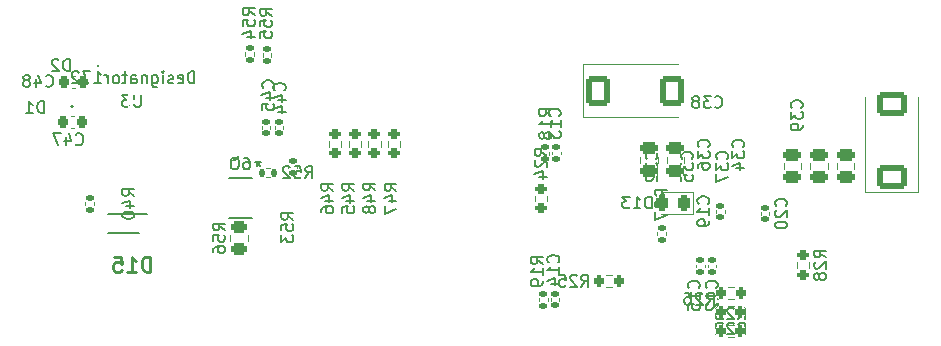
<source format=gbo>
%TF.GenerationSoftware,KiCad,Pcbnew,8.0.6*%
%TF.CreationDate,2025-02-07T14:21:58-05:00*%
%TF.ProjectId,SCAN,5343414e-2e6b-4696-9361-645f70636258,v1.0*%
%TF.SameCoordinates,Original*%
%TF.FileFunction,Legend,Bot*%
%TF.FilePolarity,Positive*%
%FSLAX46Y46*%
G04 Gerber Fmt 4.6, Leading zero omitted, Abs format (unit mm)*
G04 Created by KiCad (PCBNEW 8.0.6) date 2025-02-07 14:21:58*
%MOMM*%
%LPD*%
G01*
G04 APERTURE LIST*
G04 Aperture macros list*
%AMRoundRect*
0 Rectangle with rounded corners*
0 $1 Rounding radius*
0 $2 $3 $4 $5 $6 $7 $8 $9 X,Y pos of 4 corners*
0 Add a 4 corners polygon primitive as box body*
4,1,4,$2,$3,$4,$5,$6,$7,$8,$9,$2,$3,0*
0 Add four circle primitives for the rounded corners*
1,1,$1+$1,$2,$3*
1,1,$1+$1,$4,$5*
1,1,$1+$1,$6,$7*
1,1,$1+$1,$8,$9*
0 Add four rect primitives between the rounded corners*
20,1,$1+$1,$2,$3,$4,$5,0*
20,1,$1+$1,$4,$5,$6,$7,0*
20,1,$1+$1,$6,$7,$8,$9,0*
20,1,$1+$1,$8,$9,$2,$3,0*%
G04 Aperture macros list end*
%ADD10C,0.150000*%
%ADD11C,0.254000*%
%ADD12C,0.152400*%
%ADD13C,0.120000*%
%ADD14C,0.200000*%
%ADD15R,1.700000X1.700000*%
%ADD16O,1.700000X1.700000*%
%ADD17C,3.200000*%
%ADD18RoundRect,0.102000X-1.050000X-1.050000X1.050000X-1.050000X1.050000X1.050000X-1.050000X1.050000X0*%
%ADD19C,2.304000*%
%ADD20RoundRect,0.102000X-0.565000X0.565000X-0.565000X-0.565000X0.565000X-0.565000X0.565000X0.565000X0*%
%ADD21C,1.334000*%
%ADD22C,0.660400*%
%ADD23R,0.228600X0.304800*%
%ADD24RoundRect,0.135000X-0.185000X0.135000X-0.185000X-0.135000X0.185000X-0.135000X0.185000X0.135000X0*%
%ADD25R,0.800100X0.508000*%
%ADD26RoundRect,0.200000X-0.200000X-0.275000X0.200000X-0.275000X0.200000X0.275000X-0.200000X0.275000X0*%
%ADD27RoundRect,0.200000X0.275000X-0.200000X0.275000X0.200000X-0.275000X0.200000X-0.275000X-0.200000X0*%
%ADD28RoundRect,0.135000X0.185000X-0.135000X0.185000X0.135000X-0.185000X0.135000X-0.185000X-0.135000X0*%
%ADD29RoundRect,0.250000X0.475000X-0.250000X0.475000X0.250000X-0.475000X0.250000X-0.475000X-0.250000X0*%
%ADD30RoundRect,0.200000X-0.275000X0.200000X-0.275000X-0.200000X0.275000X-0.200000X0.275000X0.200000X0*%
%ADD31RoundRect,0.140000X-0.170000X0.140000X-0.170000X-0.140000X0.170000X-0.140000X0.170000X0.140000X0*%
%ADD32RoundRect,0.225000X0.225000X0.250000X-0.225000X0.250000X-0.225000X-0.250000X0.225000X-0.250000X0*%
%ADD33RoundRect,0.250000X1.025000X-0.787500X1.025000X0.787500X-1.025000X0.787500X-1.025000X-0.787500X0*%
%ADD34RoundRect,0.200000X0.200000X0.275000X-0.200000X0.275000X-0.200000X-0.275000X0.200000X-0.275000X0*%
%ADD35RoundRect,0.140000X0.170000X-0.140000X0.170000X0.140000X-0.170000X0.140000X-0.170000X-0.140000X0*%
%ADD36RoundRect,0.243750X0.243750X0.456250X-0.243750X0.456250X-0.243750X-0.456250X0.243750X-0.456250X0*%
%ADD37RoundRect,0.250000X-0.787500X-1.025000X0.787500X-1.025000X0.787500X1.025000X-0.787500X1.025000X0*%
%ADD38R,0.299999X0.299999*%
%ADD39RoundRect,0.135000X-0.135000X-0.185000X0.135000X-0.185000X0.135000X0.185000X-0.135000X0.185000X0*%
%ADD40RoundRect,0.250000X-0.450000X0.262500X-0.450000X-0.262500X0.450000X-0.262500X0.450000X0.262500X0*%
%ADD41R,0.820000X0.760000*%
G04 APERTURE END LIST*
D10*
X58218094Y-93567319D02*
X58218094Y-92567319D01*
X58218094Y-92567319D02*
X57979999Y-92567319D01*
X57979999Y-92567319D02*
X57837142Y-92614938D01*
X57837142Y-92614938D02*
X57741904Y-92710176D01*
X57741904Y-92710176D02*
X57694285Y-92805414D01*
X57694285Y-92805414D02*
X57646666Y-92995890D01*
X57646666Y-92995890D02*
X57646666Y-93138747D01*
X57646666Y-93138747D02*
X57694285Y-93329223D01*
X57694285Y-93329223D02*
X57741904Y-93424461D01*
X57741904Y-93424461D02*
X57837142Y-93519700D01*
X57837142Y-93519700D02*
X57979999Y-93567319D01*
X57979999Y-93567319D02*
X58218094Y-93567319D01*
X56694285Y-93567319D02*
X57265713Y-93567319D01*
X56979999Y-93567319D02*
X56979999Y-92567319D01*
X56979999Y-92567319D02*
X57075237Y-92710176D01*
X57075237Y-92710176D02*
X57170475Y-92805414D01*
X57170475Y-92805414D02*
X57265713Y-92853033D01*
X77514819Y-85327142D02*
X77038628Y-84993809D01*
X77514819Y-84755714D02*
X76514819Y-84755714D01*
X76514819Y-84755714D02*
X76514819Y-85136666D01*
X76514819Y-85136666D02*
X76562438Y-85231904D01*
X76562438Y-85231904D02*
X76610057Y-85279523D01*
X76610057Y-85279523D02*
X76705295Y-85327142D01*
X76705295Y-85327142D02*
X76848152Y-85327142D01*
X76848152Y-85327142D02*
X76943390Y-85279523D01*
X76943390Y-85279523D02*
X76991009Y-85231904D01*
X76991009Y-85231904D02*
X77038628Y-85136666D01*
X77038628Y-85136666D02*
X77038628Y-84755714D01*
X76514819Y-86231904D02*
X76514819Y-85755714D01*
X76514819Y-85755714D02*
X76991009Y-85708095D01*
X76991009Y-85708095D02*
X76943390Y-85755714D01*
X76943390Y-85755714D02*
X76895771Y-85850952D01*
X76895771Y-85850952D02*
X76895771Y-86089047D01*
X76895771Y-86089047D02*
X76943390Y-86184285D01*
X76943390Y-86184285D02*
X76991009Y-86231904D01*
X76991009Y-86231904D02*
X77086247Y-86279523D01*
X77086247Y-86279523D02*
X77324342Y-86279523D01*
X77324342Y-86279523D02*
X77419580Y-86231904D01*
X77419580Y-86231904D02*
X77467200Y-86184285D01*
X77467200Y-86184285D02*
X77514819Y-86089047D01*
X77514819Y-86089047D02*
X77514819Y-85850952D01*
X77514819Y-85850952D02*
X77467200Y-85755714D01*
X77467200Y-85755714D02*
X77419580Y-85708095D01*
X76514819Y-87184285D02*
X76514819Y-86708095D01*
X76514819Y-86708095D02*
X76991009Y-86660476D01*
X76991009Y-86660476D02*
X76943390Y-86708095D01*
X76943390Y-86708095D02*
X76895771Y-86803333D01*
X76895771Y-86803333D02*
X76895771Y-87041428D01*
X76895771Y-87041428D02*
X76943390Y-87136666D01*
X76943390Y-87136666D02*
X76991009Y-87184285D01*
X76991009Y-87184285D02*
X77086247Y-87231904D01*
X77086247Y-87231904D02*
X77324342Y-87231904D01*
X77324342Y-87231904D02*
X77419580Y-87184285D01*
X77419580Y-87184285D02*
X77467200Y-87136666D01*
X77467200Y-87136666D02*
X77514819Y-87041428D01*
X77514819Y-87041428D02*
X77514819Y-86803333D01*
X77514819Y-86803333D02*
X77467200Y-86708095D01*
X77467200Y-86708095D02*
X77419580Y-86660476D01*
X74765711Y-97239940D02*
X74670473Y-97287559D01*
X74670473Y-97287559D02*
X74575235Y-97382798D01*
X74575235Y-97382798D02*
X74432378Y-97525655D01*
X74432378Y-97525655D02*
X74337140Y-97573274D01*
X74337140Y-97573274D02*
X74241902Y-97573274D01*
X74289521Y-97335178D02*
X74194283Y-97382798D01*
X74194283Y-97382798D02*
X74099045Y-97478036D01*
X74099045Y-97478036D02*
X74051426Y-97668512D01*
X74051426Y-97668512D02*
X74051426Y-98001845D01*
X74051426Y-98001845D02*
X74099045Y-98192321D01*
X74099045Y-98192321D02*
X74194283Y-98287559D01*
X74194283Y-98287559D02*
X74289521Y-98335178D01*
X74289521Y-98335178D02*
X74479997Y-98335178D01*
X74479997Y-98335178D02*
X74575235Y-98287559D01*
X74575235Y-98287559D02*
X74670473Y-98192321D01*
X74670473Y-98192321D02*
X74718092Y-98001845D01*
X74718092Y-98001845D02*
X74718092Y-97668512D01*
X74718092Y-97668512D02*
X74670473Y-97478036D01*
X74670473Y-97478036D02*
X74575235Y-97382798D01*
X74575235Y-97382798D02*
X74479997Y-97335178D01*
X74479997Y-97335178D02*
X74289521Y-97335178D01*
X75194283Y-97335178D02*
X75384759Y-97335178D01*
X75384759Y-97335178D02*
X75479997Y-97382798D01*
X75479997Y-97382798D02*
X75527616Y-97430417D01*
X75527616Y-97430417D02*
X75622854Y-97573274D01*
X75622854Y-97573274D02*
X75670473Y-97763750D01*
X75670473Y-97763750D02*
X75670473Y-98144702D01*
X75670473Y-98144702D02*
X75622854Y-98239940D01*
X75622854Y-98239940D02*
X75575235Y-98287559D01*
X75575235Y-98287559D02*
X75479997Y-98335178D01*
X75479997Y-98335178D02*
X75289521Y-98335178D01*
X75289521Y-98335178D02*
X75194283Y-98287559D01*
X75194283Y-98287559D02*
X75146664Y-98239940D01*
X75146664Y-98239940D02*
X75099045Y-98144702D01*
X75099045Y-98144702D02*
X75099045Y-97906607D01*
X75099045Y-97906607D02*
X75146664Y-97811369D01*
X75146664Y-97811369D02*
X75194283Y-97763750D01*
X75194283Y-97763750D02*
X75289521Y-97716131D01*
X75289521Y-97716131D02*
X75479997Y-97716131D01*
X75479997Y-97716131D02*
X75575235Y-97763750D01*
X75575235Y-97763750D02*
X75622854Y-97811369D01*
X75622854Y-97811369D02*
X75670473Y-97906607D01*
X76365899Y-97593818D02*
X76365899Y-97831913D01*
X76603994Y-97736675D02*
X76365899Y-97831913D01*
X76365899Y-97831913D02*
X76127804Y-97736675D01*
X76508756Y-98022389D02*
X76365899Y-97831913D01*
X76365899Y-97831913D02*
X76223042Y-98022389D01*
X76365899Y-97593818D02*
X76365899Y-97831913D01*
X76603994Y-97736675D02*
X76365899Y-97831913D01*
X76365899Y-97831913D02*
X76127804Y-97736675D01*
X76508756Y-98022389D02*
X76365899Y-97831913D01*
X76365899Y-97831913D02*
X76223042Y-98022389D01*
X117015357Y-112304819D02*
X117348690Y-111828628D01*
X117586785Y-112304819D02*
X117586785Y-111304819D01*
X117586785Y-111304819D02*
X117205833Y-111304819D01*
X117205833Y-111304819D02*
X117110595Y-111352438D01*
X117110595Y-111352438D02*
X117062976Y-111400057D01*
X117062976Y-111400057D02*
X117015357Y-111495295D01*
X117015357Y-111495295D02*
X117015357Y-111638152D01*
X117015357Y-111638152D02*
X117062976Y-111733390D01*
X117062976Y-111733390D02*
X117110595Y-111781009D01*
X117110595Y-111781009D02*
X117205833Y-111828628D01*
X117205833Y-111828628D02*
X117586785Y-111828628D01*
X116634404Y-111400057D02*
X116586785Y-111352438D01*
X116586785Y-111352438D02*
X116491547Y-111304819D01*
X116491547Y-111304819D02*
X116253452Y-111304819D01*
X116253452Y-111304819D02*
X116158214Y-111352438D01*
X116158214Y-111352438D02*
X116110595Y-111400057D01*
X116110595Y-111400057D02*
X116062976Y-111495295D01*
X116062976Y-111495295D02*
X116062976Y-111590533D01*
X116062976Y-111590533D02*
X116110595Y-111733390D01*
X116110595Y-111733390D02*
X116682023Y-112304819D01*
X116682023Y-112304819D02*
X116062976Y-112304819D01*
X115682023Y-111400057D02*
X115634404Y-111352438D01*
X115634404Y-111352438D02*
X115539166Y-111304819D01*
X115539166Y-111304819D02*
X115301071Y-111304819D01*
X115301071Y-111304819D02*
X115205833Y-111352438D01*
X115205833Y-111352438D02*
X115158214Y-111400057D01*
X115158214Y-111400057D02*
X115110595Y-111495295D01*
X115110595Y-111495295D02*
X115110595Y-111590533D01*
X115110595Y-111590533D02*
X115158214Y-111733390D01*
X115158214Y-111733390D02*
X115729642Y-112304819D01*
X115729642Y-112304819D02*
X115110595Y-112304819D01*
X60392494Y-89987319D02*
X60392494Y-88987319D01*
X60392494Y-88987319D02*
X60154399Y-88987319D01*
X60154399Y-88987319D02*
X60011542Y-89034938D01*
X60011542Y-89034938D02*
X59916304Y-89130176D01*
X59916304Y-89130176D02*
X59868685Y-89225414D01*
X59868685Y-89225414D02*
X59821066Y-89415890D01*
X59821066Y-89415890D02*
X59821066Y-89558747D01*
X59821066Y-89558747D02*
X59868685Y-89749223D01*
X59868685Y-89749223D02*
X59916304Y-89844461D01*
X59916304Y-89844461D02*
X60011542Y-89939700D01*
X60011542Y-89939700D02*
X60154399Y-89987319D01*
X60154399Y-89987319D02*
X60392494Y-89987319D01*
X59440113Y-89082557D02*
X59392494Y-89034938D01*
X59392494Y-89034938D02*
X59297256Y-88987319D01*
X59297256Y-88987319D02*
X59059161Y-88987319D01*
X59059161Y-88987319D02*
X58963923Y-89034938D01*
X58963923Y-89034938D02*
X58916304Y-89082557D01*
X58916304Y-89082557D02*
X58868685Y-89177795D01*
X58868685Y-89177795D02*
X58868685Y-89273033D01*
X58868685Y-89273033D02*
X58916304Y-89415890D01*
X58916304Y-89415890D02*
X59487732Y-89987319D01*
X59487732Y-89987319D02*
X58868685Y-89987319D01*
X76064819Y-85287142D02*
X75588628Y-84953809D01*
X76064819Y-84715714D02*
X75064819Y-84715714D01*
X75064819Y-84715714D02*
X75064819Y-85096666D01*
X75064819Y-85096666D02*
X75112438Y-85191904D01*
X75112438Y-85191904D02*
X75160057Y-85239523D01*
X75160057Y-85239523D02*
X75255295Y-85287142D01*
X75255295Y-85287142D02*
X75398152Y-85287142D01*
X75398152Y-85287142D02*
X75493390Y-85239523D01*
X75493390Y-85239523D02*
X75541009Y-85191904D01*
X75541009Y-85191904D02*
X75588628Y-85096666D01*
X75588628Y-85096666D02*
X75588628Y-84715714D01*
X75064819Y-86191904D02*
X75064819Y-85715714D01*
X75064819Y-85715714D02*
X75541009Y-85668095D01*
X75541009Y-85668095D02*
X75493390Y-85715714D01*
X75493390Y-85715714D02*
X75445771Y-85810952D01*
X75445771Y-85810952D02*
X75445771Y-86049047D01*
X75445771Y-86049047D02*
X75493390Y-86144285D01*
X75493390Y-86144285D02*
X75541009Y-86191904D01*
X75541009Y-86191904D02*
X75636247Y-86239523D01*
X75636247Y-86239523D02*
X75874342Y-86239523D01*
X75874342Y-86239523D02*
X75969580Y-86191904D01*
X75969580Y-86191904D02*
X76017200Y-86144285D01*
X76017200Y-86144285D02*
X76064819Y-86049047D01*
X76064819Y-86049047D02*
X76064819Y-85810952D01*
X76064819Y-85810952D02*
X76017200Y-85715714D01*
X76017200Y-85715714D02*
X75969580Y-85668095D01*
X75398152Y-87096666D02*
X76064819Y-87096666D01*
X75017200Y-86858571D02*
X75731485Y-86620476D01*
X75731485Y-86620476D02*
X75731485Y-87239523D01*
X84495929Y-100147142D02*
X84019738Y-99813809D01*
X84495929Y-99575714D02*
X83495929Y-99575714D01*
X83495929Y-99575714D02*
X83495929Y-99956666D01*
X83495929Y-99956666D02*
X83543548Y-100051904D01*
X83543548Y-100051904D02*
X83591167Y-100099523D01*
X83591167Y-100099523D02*
X83686405Y-100147142D01*
X83686405Y-100147142D02*
X83829262Y-100147142D01*
X83829262Y-100147142D02*
X83924500Y-100099523D01*
X83924500Y-100099523D02*
X83972119Y-100051904D01*
X83972119Y-100051904D02*
X84019738Y-99956666D01*
X84019738Y-99956666D02*
X84019738Y-99575714D01*
X83829262Y-101004285D02*
X84495929Y-101004285D01*
X83448310Y-100766190D02*
X84162595Y-100528095D01*
X84162595Y-100528095D02*
X84162595Y-101147142D01*
X83495929Y-102004285D02*
X83495929Y-101528095D01*
X83495929Y-101528095D02*
X83972119Y-101480476D01*
X83972119Y-101480476D02*
X83924500Y-101528095D01*
X83924500Y-101528095D02*
X83876881Y-101623333D01*
X83876881Y-101623333D02*
X83876881Y-101861428D01*
X83876881Y-101861428D02*
X83924500Y-101956666D01*
X83924500Y-101956666D02*
X83972119Y-102004285D01*
X83972119Y-102004285D02*
X84067357Y-102051904D01*
X84067357Y-102051904D02*
X84305452Y-102051904D01*
X84305452Y-102051904D02*
X84400690Y-102004285D01*
X84400690Y-102004285D02*
X84448310Y-101956666D01*
X84448310Y-101956666D02*
X84495929Y-101861428D01*
X84495929Y-101861428D02*
X84495929Y-101623333D01*
X84495929Y-101623333D02*
X84448310Y-101528095D01*
X84448310Y-101528095D02*
X84400690Y-101480476D01*
X79334819Y-102597142D02*
X78858628Y-102263809D01*
X79334819Y-102025714D02*
X78334819Y-102025714D01*
X78334819Y-102025714D02*
X78334819Y-102406666D01*
X78334819Y-102406666D02*
X78382438Y-102501904D01*
X78382438Y-102501904D02*
X78430057Y-102549523D01*
X78430057Y-102549523D02*
X78525295Y-102597142D01*
X78525295Y-102597142D02*
X78668152Y-102597142D01*
X78668152Y-102597142D02*
X78763390Y-102549523D01*
X78763390Y-102549523D02*
X78811009Y-102501904D01*
X78811009Y-102501904D02*
X78858628Y-102406666D01*
X78858628Y-102406666D02*
X78858628Y-102025714D01*
X78334819Y-103501904D02*
X78334819Y-103025714D01*
X78334819Y-103025714D02*
X78811009Y-102978095D01*
X78811009Y-102978095D02*
X78763390Y-103025714D01*
X78763390Y-103025714D02*
X78715771Y-103120952D01*
X78715771Y-103120952D02*
X78715771Y-103359047D01*
X78715771Y-103359047D02*
X78763390Y-103454285D01*
X78763390Y-103454285D02*
X78811009Y-103501904D01*
X78811009Y-103501904D02*
X78906247Y-103549523D01*
X78906247Y-103549523D02*
X79144342Y-103549523D01*
X79144342Y-103549523D02*
X79239580Y-103501904D01*
X79239580Y-103501904D02*
X79287200Y-103454285D01*
X79287200Y-103454285D02*
X79334819Y-103359047D01*
X79334819Y-103359047D02*
X79334819Y-103120952D01*
X79334819Y-103120952D02*
X79287200Y-103025714D01*
X79287200Y-103025714D02*
X79239580Y-102978095D01*
X78334819Y-103882857D02*
X78334819Y-104501904D01*
X78334819Y-104501904D02*
X78715771Y-104168571D01*
X78715771Y-104168571D02*
X78715771Y-104311428D01*
X78715771Y-104311428D02*
X78763390Y-104406666D01*
X78763390Y-104406666D02*
X78811009Y-104454285D01*
X78811009Y-104454285D02*
X78906247Y-104501904D01*
X78906247Y-104501904D02*
X79144342Y-104501904D01*
X79144342Y-104501904D02*
X79239580Y-104454285D01*
X79239580Y-104454285D02*
X79287200Y-104406666D01*
X79287200Y-104406666D02*
X79334819Y-104311428D01*
X79334819Y-104311428D02*
X79334819Y-104025714D01*
X79334819Y-104025714D02*
X79287200Y-103930476D01*
X79287200Y-103930476D02*
X79239580Y-103882857D01*
X117412081Y-96447142D02*
X117459701Y-96399523D01*
X117459701Y-96399523D02*
X117507320Y-96256666D01*
X117507320Y-96256666D02*
X117507320Y-96161428D01*
X117507320Y-96161428D02*
X117459701Y-96018571D01*
X117459701Y-96018571D02*
X117364462Y-95923333D01*
X117364462Y-95923333D02*
X117269224Y-95875714D01*
X117269224Y-95875714D02*
X117078748Y-95828095D01*
X117078748Y-95828095D02*
X116935891Y-95828095D01*
X116935891Y-95828095D02*
X116745415Y-95875714D01*
X116745415Y-95875714D02*
X116650177Y-95923333D01*
X116650177Y-95923333D02*
X116554939Y-96018571D01*
X116554939Y-96018571D02*
X116507320Y-96161428D01*
X116507320Y-96161428D02*
X116507320Y-96256666D01*
X116507320Y-96256666D02*
X116554939Y-96399523D01*
X116554939Y-96399523D02*
X116602558Y-96447142D01*
X116507320Y-96780476D02*
X116507320Y-97399523D01*
X116507320Y-97399523D02*
X116888272Y-97066190D01*
X116888272Y-97066190D02*
X116888272Y-97209047D01*
X116888272Y-97209047D02*
X116935891Y-97304285D01*
X116935891Y-97304285D02*
X116983510Y-97351904D01*
X116983510Y-97351904D02*
X117078748Y-97399523D01*
X117078748Y-97399523D02*
X117316843Y-97399523D01*
X117316843Y-97399523D02*
X117412081Y-97351904D01*
X117412081Y-97351904D02*
X117459701Y-97304285D01*
X117459701Y-97304285D02*
X117507320Y-97209047D01*
X117507320Y-97209047D02*
X117507320Y-96923333D01*
X117507320Y-96923333D02*
X117459701Y-96828095D01*
X117459701Y-96828095D02*
X117412081Y-96780476D01*
X116840653Y-98256666D02*
X117507320Y-98256666D01*
X116459701Y-98018571D02*
X117173986Y-97780476D01*
X117173986Y-97780476D02*
X117173986Y-98399523D01*
X110062082Y-97447141D02*
X110109702Y-97399522D01*
X110109702Y-97399522D02*
X110157321Y-97256665D01*
X110157321Y-97256665D02*
X110157321Y-97161427D01*
X110157321Y-97161427D02*
X110109702Y-97018570D01*
X110109702Y-97018570D02*
X110014463Y-96923332D01*
X110014463Y-96923332D02*
X109919225Y-96875713D01*
X109919225Y-96875713D02*
X109728749Y-96828094D01*
X109728749Y-96828094D02*
X109585892Y-96828094D01*
X109585892Y-96828094D02*
X109395416Y-96875713D01*
X109395416Y-96875713D02*
X109300178Y-96923332D01*
X109300178Y-96923332D02*
X109204940Y-97018570D01*
X109204940Y-97018570D02*
X109157321Y-97161427D01*
X109157321Y-97161427D02*
X109157321Y-97256665D01*
X109157321Y-97256665D02*
X109204940Y-97399522D01*
X109204940Y-97399522D02*
X109252559Y-97447141D01*
X109157321Y-97780475D02*
X109157321Y-98399522D01*
X109157321Y-98399522D02*
X109538273Y-98066189D01*
X109538273Y-98066189D02*
X109538273Y-98209046D01*
X109538273Y-98209046D02*
X109585892Y-98304284D01*
X109585892Y-98304284D02*
X109633511Y-98351903D01*
X109633511Y-98351903D02*
X109728749Y-98399522D01*
X109728749Y-98399522D02*
X109966844Y-98399522D01*
X109966844Y-98399522D02*
X110062082Y-98351903D01*
X110062082Y-98351903D02*
X110109702Y-98304284D01*
X110109702Y-98304284D02*
X110157321Y-98209046D01*
X110157321Y-98209046D02*
X110157321Y-97923332D01*
X110157321Y-97923332D02*
X110109702Y-97828094D01*
X110109702Y-97828094D02*
X110062082Y-97780475D01*
X109252559Y-98780475D02*
X109204940Y-98828094D01*
X109204940Y-98828094D02*
X109157321Y-98923332D01*
X109157321Y-98923332D02*
X109157321Y-99161427D01*
X109157321Y-99161427D02*
X109204940Y-99256665D01*
X109204940Y-99256665D02*
X109252559Y-99304284D01*
X109252559Y-99304284D02*
X109347797Y-99351903D01*
X109347797Y-99351903D02*
X109443035Y-99351903D01*
X109443035Y-99351903D02*
X109585892Y-99304284D01*
X109585892Y-99304284D02*
X110157321Y-98732856D01*
X110157321Y-98732856D02*
X110157321Y-99351903D01*
X82711483Y-100137142D02*
X82235292Y-99803809D01*
X82711483Y-99565714D02*
X81711483Y-99565714D01*
X81711483Y-99565714D02*
X81711483Y-99946666D01*
X81711483Y-99946666D02*
X81759102Y-100041904D01*
X81759102Y-100041904D02*
X81806721Y-100089523D01*
X81806721Y-100089523D02*
X81901959Y-100137142D01*
X81901959Y-100137142D02*
X82044816Y-100137142D01*
X82044816Y-100137142D02*
X82140054Y-100089523D01*
X82140054Y-100089523D02*
X82187673Y-100041904D01*
X82187673Y-100041904D02*
X82235292Y-99946666D01*
X82235292Y-99946666D02*
X82235292Y-99565714D01*
X82044816Y-100994285D02*
X82711483Y-100994285D01*
X81663864Y-100756190D02*
X82378149Y-100518095D01*
X82378149Y-100518095D02*
X82378149Y-101137142D01*
X81711483Y-101946666D02*
X81711483Y-101756190D01*
X81711483Y-101756190D02*
X81759102Y-101660952D01*
X81759102Y-101660952D02*
X81806721Y-101613333D01*
X81806721Y-101613333D02*
X81949578Y-101518095D01*
X81949578Y-101518095D02*
X82140054Y-101470476D01*
X82140054Y-101470476D02*
X82521006Y-101470476D01*
X82521006Y-101470476D02*
X82616244Y-101518095D01*
X82616244Y-101518095D02*
X82663864Y-101565714D01*
X82663864Y-101565714D02*
X82711483Y-101660952D01*
X82711483Y-101660952D02*
X82711483Y-101851428D01*
X82711483Y-101851428D02*
X82663864Y-101946666D01*
X82663864Y-101946666D02*
X82616244Y-101994285D01*
X82616244Y-101994285D02*
X82521006Y-102041904D01*
X82521006Y-102041904D02*
X82282911Y-102041904D01*
X82282911Y-102041904D02*
X82187673Y-101994285D01*
X82187673Y-101994285D02*
X82140054Y-101946666D01*
X82140054Y-101946666D02*
X82092435Y-101851428D01*
X82092435Y-101851428D02*
X82092435Y-101660952D01*
X82092435Y-101660952D02*
X82140054Y-101565714D01*
X82140054Y-101565714D02*
X82187673Y-101518095D01*
X82187673Y-101518095D02*
X82282911Y-101470476D01*
X101167319Y-93837142D02*
X100691128Y-93503809D01*
X101167319Y-93265714D02*
X100167319Y-93265714D01*
X100167319Y-93265714D02*
X100167319Y-93646666D01*
X100167319Y-93646666D02*
X100214938Y-93741904D01*
X100214938Y-93741904D02*
X100262557Y-93789523D01*
X100262557Y-93789523D02*
X100357795Y-93837142D01*
X100357795Y-93837142D02*
X100500652Y-93837142D01*
X100500652Y-93837142D02*
X100595890Y-93789523D01*
X100595890Y-93789523D02*
X100643509Y-93741904D01*
X100643509Y-93741904D02*
X100691128Y-93646666D01*
X100691128Y-93646666D02*
X100691128Y-93265714D01*
X101167319Y-94789523D02*
X101167319Y-94218095D01*
X101167319Y-94503809D02*
X100167319Y-94503809D01*
X100167319Y-94503809D02*
X100310176Y-94408571D01*
X100310176Y-94408571D02*
X100405414Y-94313333D01*
X100405414Y-94313333D02*
X100453033Y-94218095D01*
X100595890Y-95360952D02*
X100548271Y-95265714D01*
X100548271Y-95265714D02*
X100500652Y-95218095D01*
X100500652Y-95218095D02*
X100405414Y-95170476D01*
X100405414Y-95170476D02*
X100357795Y-95170476D01*
X100357795Y-95170476D02*
X100262557Y-95218095D01*
X100262557Y-95218095D02*
X100214938Y-95265714D01*
X100214938Y-95265714D02*
X100167319Y-95360952D01*
X100167319Y-95360952D02*
X100167319Y-95551428D01*
X100167319Y-95551428D02*
X100214938Y-95646666D01*
X100214938Y-95646666D02*
X100262557Y-95694285D01*
X100262557Y-95694285D02*
X100357795Y-95741904D01*
X100357795Y-95741904D02*
X100405414Y-95741904D01*
X100405414Y-95741904D02*
X100500652Y-95694285D01*
X100500652Y-95694285D02*
X100548271Y-95646666D01*
X100548271Y-95646666D02*
X100595890Y-95551428D01*
X100595890Y-95551428D02*
X100595890Y-95360952D01*
X100595890Y-95360952D02*
X100643509Y-95265714D01*
X100643509Y-95265714D02*
X100691128Y-95218095D01*
X100691128Y-95218095D02*
X100786366Y-95170476D01*
X100786366Y-95170476D02*
X100976842Y-95170476D01*
X100976842Y-95170476D02*
X101072080Y-95218095D01*
X101072080Y-95218095D02*
X101119700Y-95265714D01*
X101119700Y-95265714D02*
X101167319Y-95360952D01*
X101167319Y-95360952D02*
X101167319Y-95551428D01*
X101167319Y-95551428D02*
X101119700Y-95646666D01*
X101119700Y-95646666D02*
X101072080Y-95694285D01*
X101072080Y-95694285D02*
X100976842Y-95741904D01*
X100976842Y-95741904D02*
X100786366Y-95741904D01*
X100786366Y-95741904D02*
X100691128Y-95694285D01*
X100691128Y-95694285D02*
X100643509Y-95646666D01*
X100643509Y-95646666D02*
X100595890Y-95551428D01*
X100454819Y-106327141D02*
X99978628Y-105993808D01*
X100454819Y-105755713D02*
X99454819Y-105755713D01*
X99454819Y-105755713D02*
X99454819Y-106136665D01*
X99454819Y-106136665D02*
X99502438Y-106231903D01*
X99502438Y-106231903D02*
X99550057Y-106279522D01*
X99550057Y-106279522D02*
X99645295Y-106327141D01*
X99645295Y-106327141D02*
X99788152Y-106327141D01*
X99788152Y-106327141D02*
X99883390Y-106279522D01*
X99883390Y-106279522D02*
X99931009Y-106231903D01*
X99931009Y-106231903D02*
X99978628Y-106136665D01*
X99978628Y-106136665D02*
X99978628Y-105755713D01*
X100454819Y-107279522D02*
X100454819Y-106708094D01*
X100454819Y-106993808D02*
X99454819Y-106993808D01*
X99454819Y-106993808D02*
X99597676Y-106898570D01*
X99597676Y-106898570D02*
X99692914Y-106803332D01*
X99692914Y-106803332D02*
X99740533Y-106708094D01*
X100454819Y-107755713D02*
X100454819Y-107946189D01*
X100454819Y-107946189D02*
X100407200Y-108041427D01*
X100407200Y-108041427D02*
X100359580Y-108089046D01*
X100359580Y-108089046D02*
X100216723Y-108184284D01*
X100216723Y-108184284D02*
X100026247Y-108231903D01*
X100026247Y-108231903D02*
X99645295Y-108231903D01*
X99645295Y-108231903D02*
X99550057Y-108184284D01*
X99550057Y-108184284D02*
X99502438Y-108136665D01*
X99502438Y-108136665D02*
X99454819Y-108041427D01*
X99454819Y-108041427D02*
X99454819Y-107850951D01*
X99454819Y-107850951D02*
X99502438Y-107755713D01*
X99502438Y-107755713D02*
X99550057Y-107708094D01*
X99550057Y-107708094D02*
X99645295Y-107660475D01*
X99645295Y-107660475D02*
X99883390Y-107660475D01*
X99883390Y-107660475D02*
X99978628Y-107708094D01*
X99978628Y-107708094D02*
X100026247Y-107755713D01*
X100026247Y-107755713D02*
X100073866Y-107850951D01*
X100073866Y-107850951D02*
X100073866Y-108041427D01*
X100073866Y-108041427D02*
X100026247Y-108136665D01*
X100026247Y-108136665D02*
X99978628Y-108184284D01*
X99978628Y-108184284D02*
X99883390Y-108231903D01*
X86280374Y-100117142D02*
X85804183Y-99783809D01*
X86280374Y-99545714D02*
X85280374Y-99545714D01*
X85280374Y-99545714D02*
X85280374Y-99926666D01*
X85280374Y-99926666D02*
X85327993Y-100021904D01*
X85327993Y-100021904D02*
X85375612Y-100069523D01*
X85375612Y-100069523D02*
X85470850Y-100117142D01*
X85470850Y-100117142D02*
X85613707Y-100117142D01*
X85613707Y-100117142D02*
X85708945Y-100069523D01*
X85708945Y-100069523D02*
X85756564Y-100021904D01*
X85756564Y-100021904D02*
X85804183Y-99926666D01*
X85804183Y-99926666D02*
X85804183Y-99545714D01*
X85613707Y-100974285D02*
X86280374Y-100974285D01*
X85232755Y-100736190D02*
X85947040Y-100498095D01*
X85947040Y-100498095D02*
X85947040Y-101117142D01*
X85708945Y-101640952D02*
X85661326Y-101545714D01*
X85661326Y-101545714D02*
X85613707Y-101498095D01*
X85613707Y-101498095D02*
X85518469Y-101450476D01*
X85518469Y-101450476D02*
X85470850Y-101450476D01*
X85470850Y-101450476D02*
X85375612Y-101498095D01*
X85375612Y-101498095D02*
X85327993Y-101545714D01*
X85327993Y-101545714D02*
X85280374Y-101640952D01*
X85280374Y-101640952D02*
X85280374Y-101831428D01*
X85280374Y-101831428D02*
X85327993Y-101926666D01*
X85327993Y-101926666D02*
X85375612Y-101974285D01*
X85375612Y-101974285D02*
X85470850Y-102021904D01*
X85470850Y-102021904D02*
X85518469Y-102021904D01*
X85518469Y-102021904D02*
X85613707Y-101974285D01*
X85613707Y-101974285D02*
X85661326Y-101926666D01*
X85661326Y-101926666D02*
X85708945Y-101831428D01*
X85708945Y-101831428D02*
X85708945Y-101640952D01*
X85708945Y-101640952D02*
X85756564Y-101545714D01*
X85756564Y-101545714D02*
X85804183Y-101498095D01*
X85804183Y-101498095D02*
X85899421Y-101450476D01*
X85899421Y-101450476D02*
X86089897Y-101450476D01*
X86089897Y-101450476D02*
X86185135Y-101498095D01*
X86185135Y-101498095D02*
X86232755Y-101545714D01*
X86232755Y-101545714D02*
X86280374Y-101640952D01*
X86280374Y-101640952D02*
X86280374Y-101831428D01*
X86280374Y-101831428D02*
X86232755Y-101926666D01*
X86232755Y-101926666D02*
X86185135Y-101974285D01*
X86185135Y-101974285D02*
X86089897Y-102021904D01*
X86089897Y-102021904D02*
X85899421Y-102021904D01*
X85899421Y-102021904D02*
X85804183Y-101974285D01*
X85804183Y-101974285D02*
X85756564Y-101926666D01*
X85756564Y-101926666D02*
X85708945Y-101831428D01*
X115162080Y-108367142D02*
X115209700Y-108319523D01*
X115209700Y-108319523D02*
X115257319Y-108176666D01*
X115257319Y-108176666D02*
X115257319Y-108081428D01*
X115257319Y-108081428D02*
X115209700Y-107938571D01*
X115209700Y-107938571D02*
X115114461Y-107843333D01*
X115114461Y-107843333D02*
X115019223Y-107795714D01*
X115019223Y-107795714D02*
X114828747Y-107748095D01*
X114828747Y-107748095D02*
X114685890Y-107748095D01*
X114685890Y-107748095D02*
X114495414Y-107795714D01*
X114495414Y-107795714D02*
X114400176Y-107843333D01*
X114400176Y-107843333D02*
X114304938Y-107938571D01*
X114304938Y-107938571D02*
X114257319Y-108081428D01*
X114257319Y-108081428D02*
X114257319Y-108176666D01*
X114257319Y-108176666D02*
X114304938Y-108319523D01*
X114304938Y-108319523D02*
X114352557Y-108367142D01*
X115257319Y-109319523D02*
X115257319Y-108748095D01*
X115257319Y-109033809D02*
X114257319Y-109033809D01*
X114257319Y-109033809D02*
X114400176Y-108938571D01*
X114400176Y-108938571D02*
X114495414Y-108843333D01*
X114495414Y-108843333D02*
X114543033Y-108748095D01*
X114352557Y-109700476D02*
X114304938Y-109748095D01*
X114304938Y-109748095D02*
X114257319Y-109843333D01*
X114257319Y-109843333D02*
X114257319Y-110081428D01*
X114257319Y-110081428D02*
X114304938Y-110176666D01*
X114304938Y-110176666D02*
X114352557Y-110224285D01*
X114352557Y-110224285D02*
X114447795Y-110271904D01*
X114447795Y-110271904D02*
X114543033Y-110271904D01*
X114543033Y-110271904D02*
X114685890Y-110224285D01*
X114685890Y-110224285D02*
X115257319Y-109652857D01*
X115257319Y-109652857D02*
X115257319Y-110271904D01*
X60927857Y-96199580D02*
X60975476Y-96247200D01*
X60975476Y-96247200D02*
X61118333Y-96294819D01*
X61118333Y-96294819D02*
X61213571Y-96294819D01*
X61213571Y-96294819D02*
X61356428Y-96247200D01*
X61356428Y-96247200D02*
X61451666Y-96151961D01*
X61451666Y-96151961D02*
X61499285Y-96056723D01*
X61499285Y-96056723D02*
X61546904Y-95866247D01*
X61546904Y-95866247D02*
X61546904Y-95723390D01*
X61546904Y-95723390D02*
X61499285Y-95532914D01*
X61499285Y-95532914D02*
X61451666Y-95437676D01*
X61451666Y-95437676D02*
X61356428Y-95342438D01*
X61356428Y-95342438D02*
X61213571Y-95294819D01*
X61213571Y-95294819D02*
X61118333Y-95294819D01*
X61118333Y-95294819D02*
X60975476Y-95342438D01*
X60975476Y-95342438D02*
X60927857Y-95390057D01*
X60070714Y-95628152D02*
X60070714Y-96294819D01*
X60308809Y-95247200D02*
X60546904Y-95961485D01*
X60546904Y-95961485D02*
X59927857Y-95961485D01*
X59642142Y-95294819D02*
X58975476Y-95294819D01*
X58975476Y-95294819D02*
X59404047Y-96294819D01*
X114482081Y-96447142D02*
X114529701Y-96399523D01*
X114529701Y-96399523D02*
X114577320Y-96256666D01*
X114577320Y-96256666D02*
X114577320Y-96161428D01*
X114577320Y-96161428D02*
X114529701Y-96018571D01*
X114529701Y-96018571D02*
X114434462Y-95923333D01*
X114434462Y-95923333D02*
X114339224Y-95875714D01*
X114339224Y-95875714D02*
X114148748Y-95828095D01*
X114148748Y-95828095D02*
X114005891Y-95828095D01*
X114005891Y-95828095D02*
X113815415Y-95875714D01*
X113815415Y-95875714D02*
X113720177Y-95923333D01*
X113720177Y-95923333D02*
X113624939Y-96018571D01*
X113624939Y-96018571D02*
X113577320Y-96161428D01*
X113577320Y-96161428D02*
X113577320Y-96256666D01*
X113577320Y-96256666D02*
X113624939Y-96399523D01*
X113624939Y-96399523D02*
X113672558Y-96447142D01*
X113577320Y-96780476D02*
X113577320Y-97399523D01*
X113577320Y-97399523D02*
X113958272Y-97066190D01*
X113958272Y-97066190D02*
X113958272Y-97209047D01*
X113958272Y-97209047D02*
X114005891Y-97304285D01*
X114005891Y-97304285D02*
X114053510Y-97351904D01*
X114053510Y-97351904D02*
X114148748Y-97399523D01*
X114148748Y-97399523D02*
X114386843Y-97399523D01*
X114386843Y-97399523D02*
X114482081Y-97351904D01*
X114482081Y-97351904D02*
X114529701Y-97304285D01*
X114529701Y-97304285D02*
X114577320Y-97209047D01*
X114577320Y-97209047D02*
X114577320Y-96923333D01*
X114577320Y-96923333D02*
X114529701Y-96828095D01*
X114529701Y-96828095D02*
X114482081Y-96780476D01*
X113577320Y-98256666D02*
X113577320Y-98066190D01*
X113577320Y-98066190D02*
X113624939Y-97970952D01*
X113624939Y-97970952D02*
X113672558Y-97923333D01*
X113672558Y-97923333D02*
X113815415Y-97828095D01*
X113815415Y-97828095D02*
X114005891Y-97780476D01*
X114005891Y-97780476D02*
X114386843Y-97780476D01*
X114386843Y-97780476D02*
X114482081Y-97828095D01*
X114482081Y-97828095D02*
X114529701Y-97875714D01*
X114529701Y-97875714D02*
X114577320Y-97970952D01*
X114577320Y-97970952D02*
X114577320Y-98161428D01*
X114577320Y-98161428D02*
X114529701Y-98256666D01*
X114529701Y-98256666D02*
X114482081Y-98304285D01*
X114482081Y-98304285D02*
X114386843Y-98351904D01*
X114386843Y-98351904D02*
X114148748Y-98351904D01*
X114148748Y-98351904D02*
X114053510Y-98304285D01*
X114053510Y-98304285D02*
X114005891Y-98256666D01*
X114005891Y-98256666D02*
X113958272Y-98161428D01*
X113958272Y-98161428D02*
X113958272Y-97970952D01*
X113958272Y-97970952D02*
X114005891Y-97875714D01*
X114005891Y-97875714D02*
X114053510Y-97828095D01*
X114053510Y-97828095D02*
X114148748Y-97780476D01*
X122362080Y-93122141D02*
X122409700Y-93074522D01*
X122409700Y-93074522D02*
X122457319Y-92931665D01*
X122457319Y-92931665D02*
X122457319Y-92836427D01*
X122457319Y-92836427D02*
X122409700Y-92693570D01*
X122409700Y-92693570D02*
X122314461Y-92598332D01*
X122314461Y-92598332D02*
X122219223Y-92550713D01*
X122219223Y-92550713D02*
X122028747Y-92503094D01*
X122028747Y-92503094D02*
X121885890Y-92503094D01*
X121885890Y-92503094D02*
X121695414Y-92550713D01*
X121695414Y-92550713D02*
X121600176Y-92598332D01*
X121600176Y-92598332D02*
X121504938Y-92693570D01*
X121504938Y-92693570D02*
X121457319Y-92836427D01*
X121457319Y-92836427D02*
X121457319Y-92931665D01*
X121457319Y-92931665D02*
X121504938Y-93074522D01*
X121504938Y-93074522D02*
X121552557Y-93122141D01*
X121457319Y-93455475D02*
X121457319Y-94074522D01*
X121457319Y-94074522D02*
X121838271Y-93741189D01*
X121838271Y-93741189D02*
X121838271Y-93884046D01*
X121838271Y-93884046D02*
X121885890Y-93979284D01*
X121885890Y-93979284D02*
X121933509Y-94026903D01*
X121933509Y-94026903D02*
X122028747Y-94074522D01*
X122028747Y-94074522D02*
X122266842Y-94074522D01*
X122266842Y-94074522D02*
X122362080Y-94026903D01*
X122362080Y-94026903D02*
X122409700Y-93979284D01*
X122409700Y-93979284D02*
X122457319Y-93884046D01*
X122457319Y-93884046D02*
X122457319Y-93598332D01*
X122457319Y-93598332D02*
X122409700Y-93503094D01*
X122409700Y-93503094D02*
X122362080Y-93455475D01*
X122457319Y-94550713D02*
X122457319Y-94741189D01*
X122457319Y-94741189D02*
X122409700Y-94836427D01*
X122409700Y-94836427D02*
X122362080Y-94884046D01*
X122362080Y-94884046D02*
X122219223Y-94979284D01*
X122219223Y-94979284D02*
X122028747Y-95026903D01*
X122028747Y-95026903D02*
X121647795Y-95026903D01*
X121647795Y-95026903D02*
X121552557Y-94979284D01*
X121552557Y-94979284D02*
X121504938Y-94931665D01*
X121504938Y-94931665D02*
X121457319Y-94836427D01*
X121457319Y-94836427D02*
X121457319Y-94645951D01*
X121457319Y-94645951D02*
X121504938Y-94550713D01*
X121504938Y-94550713D02*
X121552557Y-94503094D01*
X121552557Y-94503094D02*
X121647795Y-94455475D01*
X121647795Y-94455475D02*
X121885890Y-94455475D01*
X121885890Y-94455475D02*
X121981128Y-94503094D01*
X121981128Y-94503094D02*
X122028747Y-94550713D01*
X122028747Y-94550713D02*
X122076366Y-94645951D01*
X122076366Y-94645951D02*
X122076366Y-94836427D01*
X122076366Y-94836427D02*
X122028747Y-94931665D01*
X122028747Y-94931665D02*
X121981128Y-94979284D01*
X121981128Y-94979284D02*
X121885890Y-95026903D01*
X116062082Y-97447141D02*
X116109702Y-97399522D01*
X116109702Y-97399522D02*
X116157321Y-97256665D01*
X116157321Y-97256665D02*
X116157321Y-97161427D01*
X116157321Y-97161427D02*
X116109702Y-97018570D01*
X116109702Y-97018570D02*
X116014463Y-96923332D01*
X116014463Y-96923332D02*
X115919225Y-96875713D01*
X115919225Y-96875713D02*
X115728749Y-96828094D01*
X115728749Y-96828094D02*
X115585892Y-96828094D01*
X115585892Y-96828094D02*
X115395416Y-96875713D01*
X115395416Y-96875713D02*
X115300178Y-96923332D01*
X115300178Y-96923332D02*
X115204940Y-97018570D01*
X115204940Y-97018570D02*
X115157321Y-97161427D01*
X115157321Y-97161427D02*
X115157321Y-97256665D01*
X115157321Y-97256665D02*
X115204940Y-97399522D01*
X115204940Y-97399522D02*
X115252559Y-97447141D01*
X115157321Y-97780475D02*
X115157321Y-98399522D01*
X115157321Y-98399522D02*
X115538273Y-98066189D01*
X115538273Y-98066189D02*
X115538273Y-98209046D01*
X115538273Y-98209046D02*
X115585892Y-98304284D01*
X115585892Y-98304284D02*
X115633511Y-98351903D01*
X115633511Y-98351903D02*
X115728749Y-98399522D01*
X115728749Y-98399522D02*
X115966844Y-98399522D01*
X115966844Y-98399522D02*
X116062082Y-98351903D01*
X116062082Y-98351903D02*
X116109702Y-98304284D01*
X116109702Y-98304284D02*
X116157321Y-98209046D01*
X116157321Y-98209046D02*
X116157321Y-97923332D01*
X116157321Y-97923332D02*
X116109702Y-97828094D01*
X116109702Y-97828094D02*
X116062082Y-97780475D01*
X115157321Y-98732856D02*
X115157321Y-99399522D01*
X115157321Y-99399522D02*
X116157321Y-98970951D01*
X113062082Y-97447141D02*
X113109702Y-97399522D01*
X113109702Y-97399522D02*
X113157321Y-97256665D01*
X113157321Y-97256665D02*
X113157321Y-97161427D01*
X113157321Y-97161427D02*
X113109702Y-97018570D01*
X113109702Y-97018570D02*
X113014463Y-96923332D01*
X113014463Y-96923332D02*
X112919225Y-96875713D01*
X112919225Y-96875713D02*
X112728749Y-96828094D01*
X112728749Y-96828094D02*
X112585892Y-96828094D01*
X112585892Y-96828094D02*
X112395416Y-96875713D01*
X112395416Y-96875713D02*
X112300178Y-96923332D01*
X112300178Y-96923332D02*
X112204940Y-97018570D01*
X112204940Y-97018570D02*
X112157321Y-97161427D01*
X112157321Y-97161427D02*
X112157321Y-97256665D01*
X112157321Y-97256665D02*
X112204940Y-97399522D01*
X112204940Y-97399522D02*
X112252559Y-97447141D01*
X112157321Y-97780475D02*
X112157321Y-98399522D01*
X112157321Y-98399522D02*
X112538273Y-98066189D01*
X112538273Y-98066189D02*
X112538273Y-98209046D01*
X112538273Y-98209046D02*
X112585892Y-98304284D01*
X112585892Y-98304284D02*
X112633511Y-98351903D01*
X112633511Y-98351903D02*
X112728749Y-98399522D01*
X112728749Y-98399522D02*
X112966844Y-98399522D01*
X112966844Y-98399522D02*
X113062082Y-98351903D01*
X113062082Y-98351903D02*
X113109702Y-98304284D01*
X113109702Y-98304284D02*
X113157321Y-98209046D01*
X113157321Y-98209046D02*
X113157321Y-97923332D01*
X113157321Y-97923332D02*
X113109702Y-97828094D01*
X113109702Y-97828094D02*
X113062082Y-97780475D01*
X112157321Y-99304284D02*
X112157321Y-98828094D01*
X112157321Y-98828094D02*
X112633511Y-98780475D01*
X112633511Y-98780475D02*
X112585892Y-98828094D01*
X112585892Y-98828094D02*
X112538273Y-98923332D01*
X112538273Y-98923332D02*
X112538273Y-99161427D01*
X112538273Y-99161427D02*
X112585892Y-99256665D01*
X112585892Y-99256665D02*
X112633511Y-99304284D01*
X112633511Y-99304284D02*
X112728749Y-99351903D01*
X112728749Y-99351903D02*
X112966844Y-99351903D01*
X112966844Y-99351903D02*
X113062082Y-99304284D01*
X113062082Y-99304284D02*
X113109702Y-99256665D01*
X113109702Y-99256665D02*
X113157321Y-99161427D01*
X113157321Y-99161427D02*
X113157321Y-98923332D01*
X113157321Y-98923332D02*
X113109702Y-98828094D01*
X113109702Y-98828094D02*
X113062082Y-98780475D01*
X65864819Y-100597142D02*
X65388628Y-100263809D01*
X65864819Y-100025714D02*
X64864819Y-100025714D01*
X64864819Y-100025714D02*
X64864819Y-100406666D01*
X64864819Y-100406666D02*
X64912438Y-100501904D01*
X64912438Y-100501904D02*
X64960057Y-100549523D01*
X64960057Y-100549523D02*
X65055295Y-100597142D01*
X65055295Y-100597142D02*
X65198152Y-100597142D01*
X65198152Y-100597142D02*
X65293390Y-100549523D01*
X65293390Y-100549523D02*
X65341009Y-100501904D01*
X65341009Y-100501904D02*
X65388628Y-100406666D01*
X65388628Y-100406666D02*
X65388628Y-100025714D01*
X65198152Y-101454285D02*
X65864819Y-101454285D01*
X64817200Y-101216190D02*
X65531485Y-100978095D01*
X65531485Y-100978095D02*
X65531485Y-101597142D01*
X64864819Y-102168571D02*
X64864819Y-102263809D01*
X64864819Y-102263809D02*
X64912438Y-102359047D01*
X64912438Y-102359047D02*
X64960057Y-102406666D01*
X64960057Y-102406666D02*
X65055295Y-102454285D01*
X65055295Y-102454285D02*
X65245771Y-102501904D01*
X65245771Y-102501904D02*
X65483866Y-102501904D01*
X65483866Y-102501904D02*
X65674342Y-102454285D01*
X65674342Y-102454285D02*
X65769580Y-102406666D01*
X65769580Y-102406666D02*
X65817200Y-102359047D01*
X65817200Y-102359047D02*
X65864819Y-102263809D01*
X65864819Y-102263809D02*
X65864819Y-102168571D01*
X65864819Y-102168571D02*
X65817200Y-102073333D01*
X65817200Y-102073333D02*
X65769580Y-102025714D01*
X65769580Y-102025714D02*
X65674342Y-101978095D01*
X65674342Y-101978095D02*
X65483866Y-101930476D01*
X65483866Y-101930476D02*
X65245771Y-101930476D01*
X65245771Y-101930476D02*
X65055295Y-101978095D01*
X65055295Y-101978095D02*
X64960057Y-102025714D01*
X64960057Y-102025714D02*
X64912438Y-102073333D01*
X64912438Y-102073333D02*
X64864819Y-102168571D01*
X117015357Y-111034819D02*
X117348690Y-110558628D01*
X117586785Y-111034819D02*
X117586785Y-110034819D01*
X117586785Y-110034819D02*
X117205833Y-110034819D01*
X117205833Y-110034819D02*
X117110595Y-110082438D01*
X117110595Y-110082438D02*
X117062976Y-110130057D01*
X117062976Y-110130057D02*
X117015357Y-110225295D01*
X117015357Y-110225295D02*
X117015357Y-110368152D01*
X117015357Y-110368152D02*
X117062976Y-110463390D01*
X117062976Y-110463390D02*
X117110595Y-110511009D01*
X117110595Y-110511009D02*
X117205833Y-110558628D01*
X117205833Y-110558628D02*
X117586785Y-110558628D01*
X116634404Y-110130057D02*
X116586785Y-110082438D01*
X116586785Y-110082438D02*
X116491547Y-110034819D01*
X116491547Y-110034819D02*
X116253452Y-110034819D01*
X116253452Y-110034819D02*
X116158214Y-110082438D01*
X116158214Y-110082438D02*
X116110595Y-110130057D01*
X116110595Y-110130057D02*
X116062976Y-110225295D01*
X116062976Y-110225295D02*
X116062976Y-110320533D01*
X116062976Y-110320533D02*
X116110595Y-110463390D01*
X116110595Y-110463390D02*
X116682023Y-111034819D01*
X116682023Y-111034819D02*
X116062976Y-111034819D01*
X115729642Y-110034819D02*
X115110595Y-110034819D01*
X115110595Y-110034819D02*
X115443928Y-110415771D01*
X115443928Y-110415771D02*
X115301071Y-110415771D01*
X115301071Y-110415771D02*
X115205833Y-110463390D01*
X115205833Y-110463390D02*
X115158214Y-110511009D01*
X115158214Y-110511009D02*
X115110595Y-110606247D01*
X115110595Y-110606247D02*
X115110595Y-110844342D01*
X115110595Y-110844342D02*
X115158214Y-110939580D01*
X115158214Y-110939580D02*
X115205833Y-110987200D01*
X115205833Y-110987200D02*
X115301071Y-111034819D01*
X115301071Y-111034819D02*
X115586785Y-111034819D01*
X115586785Y-111034819D02*
X115682023Y-110987200D01*
X115682023Y-110987200D02*
X115729642Y-110939580D01*
X101759580Y-106207141D02*
X101807200Y-106159522D01*
X101807200Y-106159522D02*
X101854819Y-106016665D01*
X101854819Y-106016665D02*
X101854819Y-105921427D01*
X101854819Y-105921427D02*
X101807200Y-105778570D01*
X101807200Y-105778570D02*
X101711961Y-105683332D01*
X101711961Y-105683332D02*
X101616723Y-105635713D01*
X101616723Y-105635713D02*
X101426247Y-105588094D01*
X101426247Y-105588094D02*
X101283390Y-105588094D01*
X101283390Y-105588094D02*
X101092914Y-105635713D01*
X101092914Y-105635713D02*
X100997676Y-105683332D01*
X100997676Y-105683332D02*
X100902438Y-105778570D01*
X100902438Y-105778570D02*
X100854819Y-105921427D01*
X100854819Y-105921427D02*
X100854819Y-106016665D01*
X100854819Y-106016665D02*
X100902438Y-106159522D01*
X100902438Y-106159522D02*
X100950057Y-106207141D01*
X101854819Y-107159522D02*
X101854819Y-106588094D01*
X101854819Y-106873808D02*
X100854819Y-106873808D01*
X100854819Y-106873808D02*
X100997676Y-106778570D01*
X100997676Y-106778570D02*
X101092914Y-106683332D01*
X101092914Y-106683332D02*
X101140533Y-106588094D01*
X101188152Y-108016665D02*
X101854819Y-108016665D01*
X100807200Y-107778570D02*
X101521485Y-107540475D01*
X101521485Y-107540475D02*
X101521485Y-108159522D01*
X88064819Y-100137142D02*
X87588628Y-99803809D01*
X88064819Y-99565714D02*
X87064819Y-99565714D01*
X87064819Y-99565714D02*
X87064819Y-99946666D01*
X87064819Y-99946666D02*
X87112438Y-100041904D01*
X87112438Y-100041904D02*
X87160057Y-100089523D01*
X87160057Y-100089523D02*
X87255295Y-100137142D01*
X87255295Y-100137142D02*
X87398152Y-100137142D01*
X87398152Y-100137142D02*
X87493390Y-100089523D01*
X87493390Y-100089523D02*
X87541009Y-100041904D01*
X87541009Y-100041904D02*
X87588628Y-99946666D01*
X87588628Y-99946666D02*
X87588628Y-99565714D01*
X87398152Y-100994285D02*
X88064819Y-100994285D01*
X87017200Y-100756190D02*
X87731485Y-100518095D01*
X87731485Y-100518095D02*
X87731485Y-101137142D01*
X87064819Y-101422857D02*
X87064819Y-102089523D01*
X87064819Y-102089523D02*
X88064819Y-101660952D01*
X109676785Y-101644819D02*
X109676785Y-100644819D01*
X109676785Y-100644819D02*
X109438690Y-100644819D01*
X109438690Y-100644819D02*
X109295833Y-100692438D01*
X109295833Y-100692438D02*
X109200595Y-100787676D01*
X109200595Y-100787676D02*
X109152976Y-100882914D01*
X109152976Y-100882914D02*
X109105357Y-101073390D01*
X109105357Y-101073390D02*
X109105357Y-101216247D01*
X109105357Y-101216247D02*
X109152976Y-101406723D01*
X109152976Y-101406723D02*
X109200595Y-101501961D01*
X109200595Y-101501961D02*
X109295833Y-101597200D01*
X109295833Y-101597200D02*
X109438690Y-101644819D01*
X109438690Y-101644819D02*
X109676785Y-101644819D01*
X108152976Y-101644819D02*
X108724404Y-101644819D01*
X108438690Y-101644819D02*
X108438690Y-100644819D01*
X108438690Y-100644819D02*
X108533928Y-100787676D01*
X108533928Y-100787676D02*
X108629166Y-100882914D01*
X108629166Y-100882914D02*
X108724404Y-100930533D01*
X107819642Y-100644819D02*
X107200595Y-100644819D01*
X107200595Y-100644819D02*
X107533928Y-101025771D01*
X107533928Y-101025771D02*
X107391071Y-101025771D01*
X107391071Y-101025771D02*
X107295833Y-101073390D01*
X107295833Y-101073390D02*
X107248214Y-101121009D01*
X107248214Y-101121009D02*
X107200595Y-101216247D01*
X107200595Y-101216247D02*
X107200595Y-101454342D01*
X107200595Y-101454342D02*
X107248214Y-101549580D01*
X107248214Y-101549580D02*
X107295833Y-101597200D01*
X107295833Y-101597200D02*
X107391071Y-101644819D01*
X107391071Y-101644819D02*
X107676785Y-101644819D01*
X107676785Y-101644819D02*
X107772023Y-101597200D01*
X107772023Y-101597200D02*
X107819642Y-101549580D01*
X78589580Y-91647142D02*
X78637200Y-91599523D01*
X78637200Y-91599523D02*
X78684819Y-91456666D01*
X78684819Y-91456666D02*
X78684819Y-91361428D01*
X78684819Y-91361428D02*
X78637200Y-91218571D01*
X78637200Y-91218571D02*
X78541961Y-91123333D01*
X78541961Y-91123333D02*
X78446723Y-91075714D01*
X78446723Y-91075714D02*
X78256247Y-91028095D01*
X78256247Y-91028095D02*
X78113390Y-91028095D01*
X78113390Y-91028095D02*
X77922914Y-91075714D01*
X77922914Y-91075714D02*
X77827676Y-91123333D01*
X77827676Y-91123333D02*
X77732438Y-91218571D01*
X77732438Y-91218571D02*
X77684819Y-91361428D01*
X77684819Y-91361428D02*
X77684819Y-91456666D01*
X77684819Y-91456666D02*
X77732438Y-91599523D01*
X77732438Y-91599523D02*
X77780057Y-91647142D01*
X78018152Y-92504285D02*
X78684819Y-92504285D01*
X77637200Y-92266190D02*
X78351485Y-92028095D01*
X78351485Y-92028095D02*
X78351485Y-92647142D01*
X78018152Y-93456666D02*
X78684819Y-93456666D01*
X77637200Y-93218571D02*
X78351485Y-92980476D01*
X78351485Y-92980476D02*
X78351485Y-93599523D01*
X113652080Y-108377142D02*
X113699700Y-108329523D01*
X113699700Y-108329523D02*
X113747319Y-108186666D01*
X113747319Y-108186666D02*
X113747319Y-108091428D01*
X113747319Y-108091428D02*
X113699700Y-107948571D01*
X113699700Y-107948571D02*
X113604461Y-107853333D01*
X113604461Y-107853333D02*
X113509223Y-107805714D01*
X113509223Y-107805714D02*
X113318747Y-107758095D01*
X113318747Y-107758095D02*
X113175890Y-107758095D01*
X113175890Y-107758095D02*
X112985414Y-107805714D01*
X112985414Y-107805714D02*
X112890176Y-107853333D01*
X112890176Y-107853333D02*
X112794938Y-107948571D01*
X112794938Y-107948571D02*
X112747319Y-108091428D01*
X112747319Y-108091428D02*
X112747319Y-108186666D01*
X112747319Y-108186666D02*
X112794938Y-108329523D01*
X112794938Y-108329523D02*
X112842557Y-108377142D01*
X113747319Y-109329523D02*
X113747319Y-108758095D01*
X113747319Y-109043809D02*
X112747319Y-109043809D01*
X112747319Y-109043809D02*
X112890176Y-108948571D01*
X112890176Y-108948571D02*
X112985414Y-108853333D01*
X112985414Y-108853333D02*
X113033033Y-108758095D01*
X112747319Y-110234285D02*
X112747319Y-109758095D01*
X112747319Y-109758095D02*
X113223509Y-109710476D01*
X113223509Y-109710476D02*
X113175890Y-109758095D01*
X113175890Y-109758095D02*
X113128271Y-109853333D01*
X113128271Y-109853333D02*
X113128271Y-110091428D01*
X113128271Y-110091428D02*
X113175890Y-110186666D01*
X113175890Y-110186666D02*
X113223509Y-110234285D01*
X113223509Y-110234285D02*
X113318747Y-110281904D01*
X113318747Y-110281904D02*
X113556842Y-110281904D01*
X113556842Y-110281904D02*
X113652080Y-110234285D01*
X113652080Y-110234285D02*
X113699700Y-110186666D01*
X113699700Y-110186666D02*
X113747319Y-110091428D01*
X113747319Y-110091428D02*
X113747319Y-109853333D01*
X113747319Y-109853333D02*
X113699700Y-109758095D01*
X113699700Y-109758095D02*
X113652080Y-109710476D01*
X124427319Y-105797142D02*
X123951128Y-105463809D01*
X124427319Y-105225714D02*
X123427319Y-105225714D01*
X123427319Y-105225714D02*
X123427319Y-105606666D01*
X123427319Y-105606666D02*
X123474938Y-105701904D01*
X123474938Y-105701904D02*
X123522557Y-105749523D01*
X123522557Y-105749523D02*
X123617795Y-105797142D01*
X123617795Y-105797142D02*
X123760652Y-105797142D01*
X123760652Y-105797142D02*
X123855890Y-105749523D01*
X123855890Y-105749523D02*
X123903509Y-105701904D01*
X123903509Y-105701904D02*
X123951128Y-105606666D01*
X123951128Y-105606666D02*
X123951128Y-105225714D01*
X123522557Y-106178095D02*
X123474938Y-106225714D01*
X123474938Y-106225714D02*
X123427319Y-106320952D01*
X123427319Y-106320952D02*
X123427319Y-106559047D01*
X123427319Y-106559047D02*
X123474938Y-106654285D01*
X123474938Y-106654285D02*
X123522557Y-106701904D01*
X123522557Y-106701904D02*
X123617795Y-106749523D01*
X123617795Y-106749523D02*
X123713033Y-106749523D01*
X123713033Y-106749523D02*
X123855890Y-106701904D01*
X123855890Y-106701904D02*
X124427319Y-106130476D01*
X124427319Y-106130476D02*
X124427319Y-106749523D01*
X123855890Y-107320952D02*
X123808271Y-107225714D01*
X123808271Y-107225714D02*
X123760652Y-107178095D01*
X123760652Y-107178095D02*
X123665414Y-107130476D01*
X123665414Y-107130476D02*
X123617795Y-107130476D01*
X123617795Y-107130476D02*
X123522557Y-107178095D01*
X123522557Y-107178095D02*
X123474938Y-107225714D01*
X123474938Y-107225714D02*
X123427319Y-107320952D01*
X123427319Y-107320952D02*
X123427319Y-107511428D01*
X123427319Y-107511428D02*
X123474938Y-107606666D01*
X123474938Y-107606666D02*
X123522557Y-107654285D01*
X123522557Y-107654285D02*
X123617795Y-107701904D01*
X123617795Y-107701904D02*
X123665414Y-107701904D01*
X123665414Y-107701904D02*
X123760652Y-107654285D01*
X123760652Y-107654285D02*
X123808271Y-107606666D01*
X123808271Y-107606666D02*
X123855890Y-107511428D01*
X123855890Y-107511428D02*
X123855890Y-107320952D01*
X123855890Y-107320952D02*
X123903509Y-107225714D01*
X123903509Y-107225714D02*
X123951128Y-107178095D01*
X123951128Y-107178095D02*
X124046366Y-107130476D01*
X124046366Y-107130476D02*
X124236842Y-107130476D01*
X124236842Y-107130476D02*
X124332080Y-107178095D01*
X124332080Y-107178095D02*
X124379700Y-107225714D01*
X124379700Y-107225714D02*
X124427319Y-107320952D01*
X124427319Y-107320952D02*
X124427319Y-107511428D01*
X124427319Y-107511428D02*
X124379700Y-107606666D01*
X124379700Y-107606666D02*
X124332080Y-107654285D01*
X124332080Y-107654285D02*
X124236842Y-107701904D01*
X124236842Y-107701904D02*
X124046366Y-107701904D01*
X124046366Y-107701904D02*
X123951128Y-107654285D01*
X123951128Y-107654285D02*
X123903509Y-107606666D01*
X123903509Y-107606666D02*
X123855890Y-107511428D01*
X121042080Y-101427142D02*
X121089700Y-101379523D01*
X121089700Y-101379523D02*
X121137319Y-101236666D01*
X121137319Y-101236666D02*
X121137319Y-101141428D01*
X121137319Y-101141428D02*
X121089700Y-100998571D01*
X121089700Y-100998571D02*
X120994461Y-100903333D01*
X120994461Y-100903333D02*
X120899223Y-100855714D01*
X120899223Y-100855714D02*
X120708747Y-100808095D01*
X120708747Y-100808095D02*
X120565890Y-100808095D01*
X120565890Y-100808095D02*
X120375414Y-100855714D01*
X120375414Y-100855714D02*
X120280176Y-100903333D01*
X120280176Y-100903333D02*
X120184938Y-100998571D01*
X120184938Y-100998571D02*
X120137319Y-101141428D01*
X120137319Y-101141428D02*
X120137319Y-101236666D01*
X120137319Y-101236666D02*
X120184938Y-101379523D01*
X120184938Y-101379523D02*
X120232557Y-101427142D01*
X120232557Y-101808095D02*
X120184938Y-101855714D01*
X120184938Y-101855714D02*
X120137319Y-101950952D01*
X120137319Y-101950952D02*
X120137319Y-102189047D01*
X120137319Y-102189047D02*
X120184938Y-102284285D01*
X120184938Y-102284285D02*
X120232557Y-102331904D01*
X120232557Y-102331904D02*
X120327795Y-102379523D01*
X120327795Y-102379523D02*
X120423033Y-102379523D01*
X120423033Y-102379523D02*
X120565890Y-102331904D01*
X120565890Y-102331904D02*
X121137319Y-101760476D01*
X121137319Y-101760476D02*
X121137319Y-102379523D01*
X120137319Y-102998571D02*
X120137319Y-103093809D01*
X120137319Y-103093809D02*
X120184938Y-103189047D01*
X120184938Y-103189047D02*
X120232557Y-103236666D01*
X120232557Y-103236666D02*
X120327795Y-103284285D01*
X120327795Y-103284285D02*
X120518271Y-103331904D01*
X120518271Y-103331904D02*
X120756366Y-103331904D01*
X120756366Y-103331904D02*
X120946842Y-103284285D01*
X120946842Y-103284285D02*
X121042080Y-103236666D01*
X121042080Y-103236666D02*
X121089700Y-103189047D01*
X121089700Y-103189047D02*
X121137319Y-103093809D01*
X121137319Y-103093809D02*
X121137319Y-102998571D01*
X121137319Y-102998571D02*
X121089700Y-102903333D01*
X121089700Y-102903333D02*
X121042080Y-102855714D01*
X121042080Y-102855714D02*
X120946842Y-102808095D01*
X120946842Y-102808095D02*
X120756366Y-102760476D01*
X120756366Y-102760476D02*
X120518271Y-102760476D01*
X120518271Y-102760476D02*
X120327795Y-102808095D01*
X120327795Y-102808095D02*
X120232557Y-102855714D01*
X120232557Y-102855714D02*
X120184938Y-102903333D01*
X120184938Y-102903333D02*
X120137319Y-102998571D01*
X115025358Y-93039580D02*
X115072977Y-93087200D01*
X115072977Y-93087200D02*
X115215834Y-93134819D01*
X115215834Y-93134819D02*
X115311072Y-93134819D01*
X115311072Y-93134819D02*
X115453929Y-93087200D01*
X115453929Y-93087200D02*
X115549167Y-92991961D01*
X115549167Y-92991961D02*
X115596786Y-92896723D01*
X115596786Y-92896723D02*
X115644405Y-92706247D01*
X115644405Y-92706247D02*
X115644405Y-92563390D01*
X115644405Y-92563390D02*
X115596786Y-92372914D01*
X115596786Y-92372914D02*
X115549167Y-92277676D01*
X115549167Y-92277676D02*
X115453929Y-92182438D01*
X115453929Y-92182438D02*
X115311072Y-92134819D01*
X115311072Y-92134819D02*
X115215834Y-92134819D01*
X115215834Y-92134819D02*
X115072977Y-92182438D01*
X115072977Y-92182438D02*
X115025358Y-92230057D01*
X114692024Y-92134819D02*
X114072977Y-92134819D01*
X114072977Y-92134819D02*
X114406310Y-92515771D01*
X114406310Y-92515771D02*
X114263453Y-92515771D01*
X114263453Y-92515771D02*
X114168215Y-92563390D01*
X114168215Y-92563390D02*
X114120596Y-92611009D01*
X114120596Y-92611009D02*
X114072977Y-92706247D01*
X114072977Y-92706247D02*
X114072977Y-92944342D01*
X114072977Y-92944342D02*
X114120596Y-93039580D01*
X114120596Y-93039580D02*
X114168215Y-93087200D01*
X114168215Y-93087200D02*
X114263453Y-93134819D01*
X114263453Y-93134819D02*
X114549167Y-93134819D01*
X114549167Y-93134819D02*
X114644405Y-93087200D01*
X114644405Y-93087200D02*
X114692024Y-93039580D01*
X113501548Y-92563390D02*
X113596786Y-92515771D01*
X113596786Y-92515771D02*
X113644405Y-92468152D01*
X113644405Y-92468152D02*
X113692024Y-92372914D01*
X113692024Y-92372914D02*
X113692024Y-92325295D01*
X113692024Y-92325295D02*
X113644405Y-92230057D01*
X113644405Y-92230057D02*
X113596786Y-92182438D01*
X113596786Y-92182438D02*
X113501548Y-92134819D01*
X113501548Y-92134819D02*
X113311072Y-92134819D01*
X113311072Y-92134819D02*
X113215834Y-92182438D01*
X113215834Y-92182438D02*
X113168215Y-92230057D01*
X113168215Y-92230057D02*
X113120596Y-92325295D01*
X113120596Y-92325295D02*
X113120596Y-92372914D01*
X113120596Y-92372914D02*
X113168215Y-92468152D01*
X113168215Y-92468152D02*
X113215834Y-92515771D01*
X113215834Y-92515771D02*
X113311072Y-92563390D01*
X113311072Y-92563390D02*
X113501548Y-92563390D01*
X113501548Y-92563390D02*
X113596786Y-92611009D01*
X113596786Y-92611009D02*
X113644405Y-92658628D01*
X113644405Y-92658628D02*
X113692024Y-92753866D01*
X113692024Y-92753866D02*
X113692024Y-92944342D01*
X113692024Y-92944342D02*
X113644405Y-93039580D01*
X113644405Y-93039580D02*
X113596786Y-93087200D01*
X113596786Y-93087200D02*
X113501548Y-93134819D01*
X113501548Y-93134819D02*
X113311072Y-93134819D01*
X113311072Y-93134819D02*
X113215834Y-93087200D01*
X113215834Y-93087200D02*
X113168215Y-93039580D01*
X113168215Y-93039580D02*
X113120596Y-92944342D01*
X113120596Y-92944342D02*
X113120596Y-92753866D01*
X113120596Y-92753866D02*
X113168215Y-92658628D01*
X113168215Y-92658628D02*
X113215834Y-92611009D01*
X113215834Y-92611009D02*
X113311072Y-92563390D01*
X66436903Y-92054819D02*
X66436903Y-92864342D01*
X66436903Y-92864342D02*
X66389284Y-92959580D01*
X66389284Y-92959580D02*
X66341665Y-93007200D01*
X66341665Y-93007200D02*
X66246427Y-93054819D01*
X66246427Y-93054819D02*
X66055951Y-93054819D01*
X66055951Y-93054819D02*
X65960713Y-93007200D01*
X65960713Y-93007200D02*
X65913094Y-92959580D01*
X65913094Y-92959580D02*
X65865475Y-92864342D01*
X65865475Y-92864342D02*
X65865475Y-92054819D01*
X65484522Y-92054819D02*
X64865475Y-92054819D01*
X64865475Y-92054819D02*
X65198808Y-92435771D01*
X65198808Y-92435771D02*
X65055951Y-92435771D01*
X65055951Y-92435771D02*
X64960713Y-92483390D01*
X64960713Y-92483390D02*
X64913094Y-92531009D01*
X64913094Y-92531009D02*
X64865475Y-92626247D01*
X64865475Y-92626247D02*
X64865475Y-92864342D01*
X64865475Y-92864342D02*
X64913094Y-92959580D01*
X64913094Y-92959580D02*
X64960713Y-93007200D01*
X64960713Y-93007200D02*
X65055951Y-93054819D01*
X65055951Y-93054819D02*
X65341665Y-93054819D01*
X65341665Y-93054819D02*
X65436903Y-93007200D01*
X65436903Y-93007200D02*
X65484522Y-92959580D01*
X70968665Y-91048219D02*
X70968665Y-90048219D01*
X70968665Y-90048219D02*
X70730570Y-90048219D01*
X70730570Y-90048219D02*
X70587713Y-90095838D01*
X70587713Y-90095838D02*
X70492475Y-90191076D01*
X70492475Y-90191076D02*
X70444856Y-90286314D01*
X70444856Y-90286314D02*
X70397237Y-90476790D01*
X70397237Y-90476790D02*
X70397237Y-90619647D01*
X70397237Y-90619647D02*
X70444856Y-90810123D01*
X70444856Y-90810123D02*
X70492475Y-90905361D01*
X70492475Y-90905361D02*
X70587713Y-91000600D01*
X70587713Y-91000600D02*
X70730570Y-91048219D01*
X70730570Y-91048219D02*
X70968665Y-91048219D01*
X69587713Y-91000600D02*
X69682951Y-91048219D01*
X69682951Y-91048219D02*
X69873427Y-91048219D01*
X69873427Y-91048219D02*
X69968665Y-91000600D01*
X69968665Y-91000600D02*
X70016284Y-90905361D01*
X70016284Y-90905361D02*
X70016284Y-90524409D01*
X70016284Y-90524409D02*
X69968665Y-90429171D01*
X69968665Y-90429171D02*
X69873427Y-90381552D01*
X69873427Y-90381552D02*
X69682951Y-90381552D01*
X69682951Y-90381552D02*
X69587713Y-90429171D01*
X69587713Y-90429171D02*
X69540094Y-90524409D01*
X69540094Y-90524409D02*
X69540094Y-90619647D01*
X69540094Y-90619647D02*
X70016284Y-90714885D01*
X69159141Y-91000600D02*
X69063903Y-91048219D01*
X69063903Y-91048219D02*
X68873427Y-91048219D01*
X68873427Y-91048219D02*
X68778189Y-91000600D01*
X68778189Y-91000600D02*
X68730570Y-90905361D01*
X68730570Y-90905361D02*
X68730570Y-90857742D01*
X68730570Y-90857742D02*
X68778189Y-90762504D01*
X68778189Y-90762504D02*
X68873427Y-90714885D01*
X68873427Y-90714885D02*
X69016284Y-90714885D01*
X69016284Y-90714885D02*
X69111522Y-90667266D01*
X69111522Y-90667266D02*
X69159141Y-90572028D01*
X69159141Y-90572028D02*
X69159141Y-90524409D01*
X69159141Y-90524409D02*
X69111522Y-90429171D01*
X69111522Y-90429171D02*
X69016284Y-90381552D01*
X69016284Y-90381552D02*
X68873427Y-90381552D01*
X68873427Y-90381552D02*
X68778189Y-90429171D01*
X68301998Y-91048219D02*
X68301998Y-90381552D01*
X68301998Y-90048219D02*
X68349617Y-90095838D01*
X68349617Y-90095838D02*
X68301998Y-90143457D01*
X68301998Y-90143457D02*
X68254379Y-90095838D01*
X68254379Y-90095838D02*
X68301998Y-90048219D01*
X68301998Y-90048219D02*
X68301998Y-90143457D01*
X67397237Y-90381552D02*
X67397237Y-91191076D01*
X67397237Y-91191076D02*
X67444856Y-91286314D01*
X67444856Y-91286314D02*
X67492475Y-91333933D01*
X67492475Y-91333933D02*
X67587713Y-91381552D01*
X67587713Y-91381552D02*
X67730570Y-91381552D01*
X67730570Y-91381552D02*
X67825808Y-91333933D01*
X67397237Y-91000600D02*
X67492475Y-91048219D01*
X67492475Y-91048219D02*
X67682951Y-91048219D01*
X67682951Y-91048219D02*
X67778189Y-91000600D01*
X67778189Y-91000600D02*
X67825808Y-90952980D01*
X67825808Y-90952980D02*
X67873427Y-90857742D01*
X67873427Y-90857742D02*
X67873427Y-90572028D01*
X67873427Y-90572028D02*
X67825808Y-90476790D01*
X67825808Y-90476790D02*
X67778189Y-90429171D01*
X67778189Y-90429171D02*
X67682951Y-90381552D01*
X67682951Y-90381552D02*
X67492475Y-90381552D01*
X67492475Y-90381552D02*
X67397237Y-90429171D01*
X66921046Y-90381552D02*
X66921046Y-91048219D01*
X66921046Y-90476790D02*
X66873427Y-90429171D01*
X66873427Y-90429171D02*
X66778189Y-90381552D01*
X66778189Y-90381552D02*
X66635332Y-90381552D01*
X66635332Y-90381552D02*
X66540094Y-90429171D01*
X66540094Y-90429171D02*
X66492475Y-90524409D01*
X66492475Y-90524409D02*
X66492475Y-91048219D01*
X65587713Y-91048219D02*
X65587713Y-90524409D01*
X65587713Y-90524409D02*
X65635332Y-90429171D01*
X65635332Y-90429171D02*
X65730570Y-90381552D01*
X65730570Y-90381552D02*
X65921046Y-90381552D01*
X65921046Y-90381552D02*
X66016284Y-90429171D01*
X65587713Y-91000600D02*
X65682951Y-91048219D01*
X65682951Y-91048219D02*
X65921046Y-91048219D01*
X65921046Y-91048219D02*
X66016284Y-91000600D01*
X66016284Y-91000600D02*
X66063903Y-90905361D01*
X66063903Y-90905361D02*
X66063903Y-90810123D01*
X66063903Y-90810123D02*
X66016284Y-90714885D01*
X66016284Y-90714885D02*
X65921046Y-90667266D01*
X65921046Y-90667266D02*
X65682951Y-90667266D01*
X65682951Y-90667266D02*
X65587713Y-90619647D01*
X65254379Y-90381552D02*
X64873427Y-90381552D01*
X65111522Y-90048219D02*
X65111522Y-90905361D01*
X65111522Y-90905361D02*
X65063903Y-91000600D01*
X65063903Y-91000600D02*
X64968665Y-91048219D01*
X64968665Y-91048219D02*
X64873427Y-91048219D01*
X64397236Y-91048219D02*
X64492474Y-91000600D01*
X64492474Y-91000600D02*
X64540093Y-90952980D01*
X64540093Y-90952980D02*
X64587712Y-90857742D01*
X64587712Y-90857742D02*
X64587712Y-90572028D01*
X64587712Y-90572028D02*
X64540093Y-90476790D01*
X64540093Y-90476790D02*
X64492474Y-90429171D01*
X64492474Y-90429171D02*
X64397236Y-90381552D01*
X64397236Y-90381552D02*
X64254379Y-90381552D01*
X64254379Y-90381552D02*
X64159141Y-90429171D01*
X64159141Y-90429171D02*
X64111522Y-90476790D01*
X64111522Y-90476790D02*
X64063903Y-90572028D01*
X64063903Y-90572028D02*
X64063903Y-90857742D01*
X64063903Y-90857742D02*
X64111522Y-90952980D01*
X64111522Y-90952980D02*
X64159141Y-91000600D01*
X64159141Y-91000600D02*
X64254379Y-91048219D01*
X64254379Y-91048219D02*
X64397236Y-91048219D01*
X63635331Y-91048219D02*
X63635331Y-90381552D01*
X63635331Y-90572028D02*
X63587712Y-90476790D01*
X63587712Y-90476790D02*
X63540093Y-90429171D01*
X63540093Y-90429171D02*
X63444855Y-90381552D01*
X63444855Y-90381552D02*
X63349617Y-90381552D01*
X62492474Y-91048219D02*
X63063902Y-91048219D01*
X62778188Y-91048219D02*
X62778188Y-90048219D01*
X62778188Y-90048219D02*
X62873426Y-90191076D01*
X62873426Y-90191076D02*
X62968664Y-90286314D01*
X62968664Y-90286314D02*
X63063902Y-90333933D01*
X62159140Y-90048219D02*
X61492474Y-90048219D01*
X61492474Y-90048219D02*
X61921045Y-91048219D01*
X61159140Y-90143457D02*
X61111521Y-90095838D01*
X61111521Y-90095838D02*
X61016283Y-90048219D01*
X61016283Y-90048219D02*
X60778188Y-90048219D01*
X60778188Y-90048219D02*
X60682950Y-90095838D01*
X60682950Y-90095838D02*
X60635331Y-90143457D01*
X60635331Y-90143457D02*
X60587712Y-90238695D01*
X60587712Y-90238695D02*
X60587712Y-90333933D01*
X60587712Y-90333933D02*
X60635331Y-90476790D01*
X60635331Y-90476790D02*
X61206759Y-91048219D01*
X61206759Y-91048219D02*
X60587712Y-91048219D01*
X114345357Y-109784819D02*
X114678690Y-109308628D01*
X114916785Y-109784819D02*
X114916785Y-108784819D01*
X114916785Y-108784819D02*
X114535833Y-108784819D01*
X114535833Y-108784819D02*
X114440595Y-108832438D01*
X114440595Y-108832438D02*
X114392976Y-108880057D01*
X114392976Y-108880057D02*
X114345357Y-108975295D01*
X114345357Y-108975295D02*
X114345357Y-109118152D01*
X114345357Y-109118152D02*
X114392976Y-109213390D01*
X114392976Y-109213390D02*
X114440595Y-109261009D01*
X114440595Y-109261009D02*
X114535833Y-109308628D01*
X114535833Y-109308628D02*
X114916785Y-109308628D01*
X113964404Y-108880057D02*
X113916785Y-108832438D01*
X113916785Y-108832438D02*
X113821547Y-108784819D01*
X113821547Y-108784819D02*
X113583452Y-108784819D01*
X113583452Y-108784819D02*
X113488214Y-108832438D01*
X113488214Y-108832438D02*
X113440595Y-108880057D01*
X113440595Y-108880057D02*
X113392976Y-108975295D01*
X113392976Y-108975295D02*
X113392976Y-109070533D01*
X113392976Y-109070533D02*
X113440595Y-109213390D01*
X113440595Y-109213390D02*
X114012023Y-109784819D01*
X114012023Y-109784819D02*
X113392976Y-109784819D01*
X112535833Y-108784819D02*
X112726309Y-108784819D01*
X112726309Y-108784819D02*
X112821547Y-108832438D01*
X112821547Y-108832438D02*
X112869166Y-108880057D01*
X112869166Y-108880057D02*
X112964404Y-109022914D01*
X112964404Y-109022914D02*
X113012023Y-109213390D01*
X113012023Y-109213390D02*
X113012023Y-109594342D01*
X113012023Y-109594342D02*
X112964404Y-109689580D01*
X112964404Y-109689580D02*
X112916785Y-109737200D01*
X112916785Y-109737200D02*
X112821547Y-109784819D01*
X112821547Y-109784819D02*
X112631071Y-109784819D01*
X112631071Y-109784819D02*
X112535833Y-109737200D01*
X112535833Y-109737200D02*
X112488214Y-109689580D01*
X112488214Y-109689580D02*
X112440595Y-109594342D01*
X112440595Y-109594342D02*
X112440595Y-109356247D01*
X112440595Y-109356247D02*
X112488214Y-109261009D01*
X112488214Y-109261009D02*
X112535833Y-109213390D01*
X112535833Y-109213390D02*
X112631071Y-109165771D01*
X112631071Y-109165771D02*
X112821547Y-109165771D01*
X112821547Y-109165771D02*
X112916785Y-109213390D01*
X112916785Y-109213390D02*
X112964404Y-109261009D01*
X112964404Y-109261009D02*
X113012023Y-109356247D01*
X58382857Y-91269580D02*
X58430476Y-91317200D01*
X58430476Y-91317200D02*
X58573333Y-91364819D01*
X58573333Y-91364819D02*
X58668571Y-91364819D01*
X58668571Y-91364819D02*
X58811428Y-91317200D01*
X58811428Y-91317200D02*
X58906666Y-91221961D01*
X58906666Y-91221961D02*
X58954285Y-91126723D01*
X58954285Y-91126723D02*
X59001904Y-90936247D01*
X59001904Y-90936247D02*
X59001904Y-90793390D01*
X59001904Y-90793390D02*
X58954285Y-90602914D01*
X58954285Y-90602914D02*
X58906666Y-90507676D01*
X58906666Y-90507676D02*
X58811428Y-90412438D01*
X58811428Y-90412438D02*
X58668571Y-90364819D01*
X58668571Y-90364819D02*
X58573333Y-90364819D01*
X58573333Y-90364819D02*
X58430476Y-90412438D01*
X58430476Y-90412438D02*
X58382857Y-90460057D01*
X57525714Y-90698152D02*
X57525714Y-91364819D01*
X57763809Y-90317200D02*
X58001904Y-91031485D01*
X58001904Y-91031485D02*
X57382857Y-91031485D01*
X56859047Y-90793390D02*
X56954285Y-90745771D01*
X56954285Y-90745771D02*
X57001904Y-90698152D01*
X57001904Y-90698152D02*
X57049523Y-90602914D01*
X57049523Y-90602914D02*
X57049523Y-90555295D01*
X57049523Y-90555295D02*
X57001904Y-90460057D01*
X57001904Y-90460057D02*
X56954285Y-90412438D01*
X56954285Y-90412438D02*
X56859047Y-90364819D01*
X56859047Y-90364819D02*
X56668571Y-90364819D01*
X56668571Y-90364819D02*
X56573333Y-90412438D01*
X56573333Y-90412438D02*
X56525714Y-90460057D01*
X56525714Y-90460057D02*
X56478095Y-90555295D01*
X56478095Y-90555295D02*
X56478095Y-90602914D01*
X56478095Y-90602914D02*
X56525714Y-90698152D01*
X56525714Y-90698152D02*
X56573333Y-90745771D01*
X56573333Y-90745771D02*
X56668571Y-90793390D01*
X56668571Y-90793390D02*
X56859047Y-90793390D01*
X56859047Y-90793390D02*
X56954285Y-90841009D01*
X56954285Y-90841009D02*
X57001904Y-90888628D01*
X57001904Y-90888628D02*
X57049523Y-90983866D01*
X57049523Y-90983866D02*
X57049523Y-91174342D01*
X57049523Y-91174342D02*
X57001904Y-91269580D01*
X57001904Y-91269580D02*
X56954285Y-91317200D01*
X56954285Y-91317200D02*
X56859047Y-91364819D01*
X56859047Y-91364819D02*
X56668571Y-91364819D01*
X56668571Y-91364819D02*
X56573333Y-91317200D01*
X56573333Y-91317200D02*
X56525714Y-91269580D01*
X56525714Y-91269580D02*
X56478095Y-91174342D01*
X56478095Y-91174342D02*
X56478095Y-90983866D01*
X56478095Y-90983866D02*
X56525714Y-90888628D01*
X56525714Y-90888628D02*
X56573333Y-90841009D01*
X56573333Y-90841009D02*
X56668571Y-90793390D01*
X114462080Y-101247141D02*
X114509700Y-101199522D01*
X114509700Y-101199522D02*
X114557319Y-101056665D01*
X114557319Y-101056665D02*
X114557319Y-100961427D01*
X114557319Y-100961427D02*
X114509700Y-100818570D01*
X114509700Y-100818570D02*
X114414461Y-100723332D01*
X114414461Y-100723332D02*
X114319223Y-100675713D01*
X114319223Y-100675713D02*
X114128747Y-100628094D01*
X114128747Y-100628094D02*
X113985890Y-100628094D01*
X113985890Y-100628094D02*
X113795414Y-100675713D01*
X113795414Y-100675713D02*
X113700176Y-100723332D01*
X113700176Y-100723332D02*
X113604938Y-100818570D01*
X113604938Y-100818570D02*
X113557319Y-100961427D01*
X113557319Y-100961427D02*
X113557319Y-101056665D01*
X113557319Y-101056665D02*
X113604938Y-101199522D01*
X113604938Y-101199522D02*
X113652557Y-101247141D01*
X114557319Y-102199522D02*
X114557319Y-101628094D01*
X114557319Y-101913808D02*
X113557319Y-101913808D01*
X113557319Y-101913808D02*
X113700176Y-101818570D01*
X113700176Y-101818570D02*
X113795414Y-101723332D01*
X113795414Y-101723332D02*
X113843033Y-101628094D01*
X114557319Y-102675713D02*
X114557319Y-102866189D01*
X114557319Y-102866189D02*
X114509700Y-102961427D01*
X114509700Y-102961427D02*
X114462080Y-103009046D01*
X114462080Y-103009046D02*
X114319223Y-103104284D01*
X114319223Y-103104284D02*
X114128747Y-103151903D01*
X114128747Y-103151903D02*
X113747795Y-103151903D01*
X113747795Y-103151903D02*
X113652557Y-103104284D01*
X113652557Y-103104284D02*
X113604938Y-103056665D01*
X113604938Y-103056665D02*
X113557319Y-102961427D01*
X113557319Y-102961427D02*
X113557319Y-102770951D01*
X113557319Y-102770951D02*
X113604938Y-102675713D01*
X113604938Y-102675713D02*
X113652557Y-102628094D01*
X113652557Y-102628094D02*
X113747795Y-102580475D01*
X113747795Y-102580475D02*
X113985890Y-102580475D01*
X113985890Y-102580475D02*
X114081128Y-102628094D01*
X114081128Y-102628094D02*
X114128747Y-102675713D01*
X114128747Y-102675713D02*
X114176366Y-102770951D01*
X114176366Y-102770951D02*
X114176366Y-102961427D01*
X114176366Y-102961427D02*
X114128747Y-103056665D01*
X114128747Y-103056665D02*
X114081128Y-103104284D01*
X114081128Y-103104284D02*
X113985890Y-103151903D01*
X103725357Y-108254819D02*
X104058690Y-107778628D01*
X104296785Y-108254819D02*
X104296785Y-107254819D01*
X104296785Y-107254819D02*
X103915833Y-107254819D01*
X103915833Y-107254819D02*
X103820595Y-107302438D01*
X103820595Y-107302438D02*
X103772976Y-107350057D01*
X103772976Y-107350057D02*
X103725357Y-107445295D01*
X103725357Y-107445295D02*
X103725357Y-107588152D01*
X103725357Y-107588152D02*
X103772976Y-107683390D01*
X103772976Y-107683390D02*
X103820595Y-107731009D01*
X103820595Y-107731009D02*
X103915833Y-107778628D01*
X103915833Y-107778628D02*
X104296785Y-107778628D01*
X103344404Y-107350057D02*
X103296785Y-107302438D01*
X103296785Y-107302438D02*
X103201547Y-107254819D01*
X103201547Y-107254819D02*
X102963452Y-107254819D01*
X102963452Y-107254819D02*
X102868214Y-107302438D01*
X102868214Y-107302438D02*
X102820595Y-107350057D01*
X102820595Y-107350057D02*
X102772976Y-107445295D01*
X102772976Y-107445295D02*
X102772976Y-107540533D01*
X102772976Y-107540533D02*
X102820595Y-107683390D01*
X102820595Y-107683390D02*
X103392023Y-108254819D01*
X103392023Y-108254819D02*
X102772976Y-108254819D01*
X101868214Y-107254819D02*
X102344404Y-107254819D01*
X102344404Y-107254819D02*
X102392023Y-107731009D01*
X102392023Y-107731009D02*
X102344404Y-107683390D01*
X102344404Y-107683390D02*
X102249166Y-107635771D01*
X102249166Y-107635771D02*
X102011071Y-107635771D01*
X102011071Y-107635771D02*
X101915833Y-107683390D01*
X101915833Y-107683390D02*
X101868214Y-107731009D01*
X101868214Y-107731009D02*
X101820595Y-107826247D01*
X101820595Y-107826247D02*
X101820595Y-108064342D01*
X101820595Y-108064342D02*
X101868214Y-108159580D01*
X101868214Y-108159580D02*
X101915833Y-108207200D01*
X101915833Y-108207200D02*
X102011071Y-108254819D01*
X102011071Y-108254819D02*
X102249166Y-108254819D01*
X102249166Y-108254819D02*
X102344404Y-108207200D01*
X102344404Y-108207200D02*
X102392023Y-108159580D01*
X80362857Y-99074819D02*
X80696190Y-98598628D01*
X80934285Y-99074819D02*
X80934285Y-98074819D01*
X80934285Y-98074819D02*
X80553333Y-98074819D01*
X80553333Y-98074819D02*
X80458095Y-98122438D01*
X80458095Y-98122438D02*
X80410476Y-98170057D01*
X80410476Y-98170057D02*
X80362857Y-98265295D01*
X80362857Y-98265295D02*
X80362857Y-98408152D01*
X80362857Y-98408152D02*
X80410476Y-98503390D01*
X80410476Y-98503390D02*
X80458095Y-98551009D01*
X80458095Y-98551009D02*
X80553333Y-98598628D01*
X80553333Y-98598628D02*
X80934285Y-98598628D01*
X79458095Y-98074819D02*
X79934285Y-98074819D01*
X79934285Y-98074819D02*
X79981904Y-98551009D01*
X79981904Y-98551009D02*
X79934285Y-98503390D01*
X79934285Y-98503390D02*
X79839047Y-98455771D01*
X79839047Y-98455771D02*
X79600952Y-98455771D01*
X79600952Y-98455771D02*
X79505714Y-98503390D01*
X79505714Y-98503390D02*
X79458095Y-98551009D01*
X79458095Y-98551009D02*
X79410476Y-98646247D01*
X79410476Y-98646247D02*
X79410476Y-98884342D01*
X79410476Y-98884342D02*
X79458095Y-98979580D01*
X79458095Y-98979580D02*
X79505714Y-99027200D01*
X79505714Y-99027200D02*
X79600952Y-99074819D01*
X79600952Y-99074819D02*
X79839047Y-99074819D01*
X79839047Y-99074819D02*
X79934285Y-99027200D01*
X79934285Y-99027200D02*
X79981904Y-98979580D01*
X79029523Y-98170057D02*
X78981904Y-98122438D01*
X78981904Y-98122438D02*
X78886666Y-98074819D01*
X78886666Y-98074819D02*
X78648571Y-98074819D01*
X78648571Y-98074819D02*
X78553333Y-98122438D01*
X78553333Y-98122438D02*
X78505714Y-98170057D01*
X78505714Y-98170057D02*
X78458095Y-98265295D01*
X78458095Y-98265295D02*
X78458095Y-98360533D01*
X78458095Y-98360533D02*
X78505714Y-98503390D01*
X78505714Y-98503390D02*
X79077142Y-99074819D01*
X79077142Y-99074819D02*
X78458095Y-99074819D01*
X77589580Y-91427142D02*
X77637200Y-91379523D01*
X77637200Y-91379523D02*
X77684819Y-91236666D01*
X77684819Y-91236666D02*
X77684819Y-91141428D01*
X77684819Y-91141428D02*
X77637200Y-90998571D01*
X77637200Y-90998571D02*
X77541961Y-90903333D01*
X77541961Y-90903333D02*
X77446723Y-90855714D01*
X77446723Y-90855714D02*
X77256247Y-90808095D01*
X77256247Y-90808095D02*
X77113390Y-90808095D01*
X77113390Y-90808095D02*
X76922914Y-90855714D01*
X76922914Y-90855714D02*
X76827676Y-90903333D01*
X76827676Y-90903333D02*
X76732438Y-90998571D01*
X76732438Y-90998571D02*
X76684819Y-91141428D01*
X76684819Y-91141428D02*
X76684819Y-91236666D01*
X76684819Y-91236666D02*
X76732438Y-91379523D01*
X76732438Y-91379523D02*
X76780057Y-91427142D01*
X77018152Y-92284285D02*
X77684819Y-92284285D01*
X76637200Y-92046190D02*
X77351485Y-91808095D01*
X77351485Y-91808095D02*
X77351485Y-92427142D01*
X76684819Y-93284285D02*
X76684819Y-92808095D01*
X76684819Y-92808095D02*
X77161009Y-92760476D01*
X77161009Y-92760476D02*
X77113390Y-92808095D01*
X77113390Y-92808095D02*
X77065771Y-92903333D01*
X77065771Y-92903333D02*
X77065771Y-93141428D01*
X77065771Y-93141428D02*
X77113390Y-93236666D01*
X77113390Y-93236666D02*
X77161009Y-93284285D01*
X77161009Y-93284285D02*
X77256247Y-93331904D01*
X77256247Y-93331904D02*
X77494342Y-93331904D01*
X77494342Y-93331904D02*
X77589580Y-93284285D01*
X77589580Y-93284285D02*
X77637200Y-93236666D01*
X77637200Y-93236666D02*
X77684819Y-93141428D01*
X77684819Y-93141428D02*
X77684819Y-92903333D01*
X77684819Y-92903333D02*
X77637200Y-92808095D01*
X77637200Y-92808095D02*
X77589580Y-92760476D01*
X101872080Y-93817142D02*
X101919700Y-93769523D01*
X101919700Y-93769523D02*
X101967319Y-93626666D01*
X101967319Y-93626666D02*
X101967319Y-93531428D01*
X101967319Y-93531428D02*
X101919700Y-93388571D01*
X101919700Y-93388571D02*
X101824461Y-93293333D01*
X101824461Y-93293333D02*
X101729223Y-93245714D01*
X101729223Y-93245714D02*
X101538747Y-93198095D01*
X101538747Y-93198095D02*
X101395890Y-93198095D01*
X101395890Y-93198095D02*
X101205414Y-93245714D01*
X101205414Y-93245714D02*
X101110176Y-93293333D01*
X101110176Y-93293333D02*
X101014938Y-93388571D01*
X101014938Y-93388571D02*
X100967319Y-93531428D01*
X100967319Y-93531428D02*
X100967319Y-93626666D01*
X100967319Y-93626666D02*
X101014938Y-93769523D01*
X101014938Y-93769523D02*
X101062557Y-93817142D01*
X101967319Y-94769523D02*
X101967319Y-94198095D01*
X101967319Y-94483809D02*
X100967319Y-94483809D01*
X100967319Y-94483809D02*
X101110176Y-94388571D01*
X101110176Y-94388571D02*
X101205414Y-94293333D01*
X101205414Y-94293333D02*
X101253033Y-94198095D01*
X100967319Y-95102857D02*
X100967319Y-95721904D01*
X100967319Y-95721904D02*
X101348271Y-95388571D01*
X101348271Y-95388571D02*
X101348271Y-95531428D01*
X101348271Y-95531428D02*
X101395890Y-95626666D01*
X101395890Y-95626666D02*
X101443509Y-95674285D01*
X101443509Y-95674285D02*
X101538747Y-95721904D01*
X101538747Y-95721904D02*
X101776842Y-95721904D01*
X101776842Y-95721904D02*
X101872080Y-95674285D01*
X101872080Y-95674285D02*
X101919700Y-95626666D01*
X101919700Y-95626666D02*
X101967319Y-95531428D01*
X101967319Y-95531428D02*
X101967319Y-95245714D01*
X101967319Y-95245714D02*
X101919700Y-95150476D01*
X101919700Y-95150476D02*
X101872080Y-95102857D01*
X73544819Y-103497142D02*
X73068628Y-103163809D01*
X73544819Y-102925714D02*
X72544819Y-102925714D01*
X72544819Y-102925714D02*
X72544819Y-103306666D01*
X72544819Y-103306666D02*
X72592438Y-103401904D01*
X72592438Y-103401904D02*
X72640057Y-103449523D01*
X72640057Y-103449523D02*
X72735295Y-103497142D01*
X72735295Y-103497142D02*
X72878152Y-103497142D01*
X72878152Y-103497142D02*
X72973390Y-103449523D01*
X72973390Y-103449523D02*
X73021009Y-103401904D01*
X73021009Y-103401904D02*
X73068628Y-103306666D01*
X73068628Y-103306666D02*
X73068628Y-102925714D01*
X72544819Y-104401904D02*
X72544819Y-103925714D01*
X72544819Y-103925714D02*
X73021009Y-103878095D01*
X73021009Y-103878095D02*
X72973390Y-103925714D01*
X72973390Y-103925714D02*
X72925771Y-104020952D01*
X72925771Y-104020952D02*
X72925771Y-104259047D01*
X72925771Y-104259047D02*
X72973390Y-104354285D01*
X72973390Y-104354285D02*
X73021009Y-104401904D01*
X73021009Y-104401904D02*
X73116247Y-104449523D01*
X73116247Y-104449523D02*
X73354342Y-104449523D01*
X73354342Y-104449523D02*
X73449580Y-104401904D01*
X73449580Y-104401904D02*
X73497200Y-104354285D01*
X73497200Y-104354285D02*
X73544819Y-104259047D01*
X73544819Y-104259047D02*
X73544819Y-104020952D01*
X73544819Y-104020952D02*
X73497200Y-103925714D01*
X73497200Y-103925714D02*
X73449580Y-103878095D01*
X72544819Y-105306666D02*
X72544819Y-105116190D01*
X72544819Y-105116190D02*
X72592438Y-105020952D01*
X72592438Y-105020952D02*
X72640057Y-104973333D01*
X72640057Y-104973333D02*
X72782914Y-104878095D01*
X72782914Y-104878095D02*
X72973390Y-104830476D01*
X72973390Y-104830476D02*
X73354342Y-104830476D01*
X73354342Y-104830476D02*
X73449580Y-104878095D01*
X73449580Y-104878095D02*
X73497200Y-104925714D01*
X73497200Y-104925714D02*
X73544819Y-105020952D01*
X73544819Y-105020952D02*
X73544819Y-105211428D01*
X73544819Y-105211428D02*
X73497200Y-105306666D01*
X73497200Y-105306666D02*
X73449580Y-105354285D01*
X73449580Y-105354285D02*
X73354342Y-105401904D01*
X73354342Y-105401904D02*
X73116247Y-105401904D01*
X73116247Y-105401904D02*
X73021009Y-105354285D01*
X73021009Y-105354285D02*
X72973390Y-105306666D01*
X72973390Y-105306666D02*
X72925771Y-105211428D01*
X72925771Y-105211428D02*
X72925771Y-105020952D01*
X72925771Y-105020952D02*
X72973390Y-104925714D01*
X72973390Y-104925714D02*
X73021009Y-104878095D01*
X73021009Y-104878095D02*
X73116247Y-104830476D01*
D11*
X67212143Y-106984318D02*
X67212143Y-105714318D01*
X67212143Y-105714318D02*
X66909762Y-105714318D01*
X66909762Y-105714318D02*
X66728333Y-105774794D01*
X66728333Y-105774794D02*
X66607381Y-105895746D01*
X66607381Y-105895746D02*
X66546904Y-106016699D01*
X66546904Y-106016699D02*
X66486428Y-106258603D01*
X66486428Y-106258603D02*
X66486428Y-106440032D01*
X66486428Y-106440032D02*
X66546904Y-106681937D01*
X66546904Y-106681937D02*
X66607381Y-106802889D01*
X66607381Y-106802889D02*
X66728333Y-106923842D01*
X66728333Y-106923842D02*
X66909762Y-106984318D01*
X66909762Y-106984318D02*
X67212143Y-106984318D01*
X65276904Y-106984318D02*
X66002619Y-106984318D01*
X65639762Y-106984318D02*
X65639762Y-105714318D01*
X65639762Y-105714318D02*
X65760714Y-105895746D01*
X65760714Y-105895746D02*
X65881666Y-106016699D01*
X65881666Y-106016699D02*
X66002619Y-106077175D01*
X64127857Y-105714318D02*
X64732619Y-105714318D01*
X64732619Y-105714318D02*
X64793095Y-106319080D01*
X64793095Y-106319080D02*
X64732619Y-106258603D01*
X64732619Y-106258603D02*
X64611666Y-106198127D01*
X64611666Y-106198127D02*
X64309285Y-106198127D01*
X64309285Y-106198127D02*
X64188333Y-106258603D01*
X64188333Y-106258603D02*
X64127857Y-106319080D01*
X64127857Y-106319080D02*
X64067380Y-106440032D01*
X64067380Y-106440032D02*
X64067380Y-106742413D01*
X64067380Y-106742413D02*
X64127857Y-106863365D01*
X64127857Y-106863365D02*
X64188333Y-106923842D01*
X64188333Y-106923842D02*
X64309285Y-106984318D01*
X64309285Y-106984318D02*
X64611666Y-106984318D01*
X64611666Y-106984318D02*
X64732619Y-106923842D01*
X64732619Y-106923842D02*
X64793095Y-106863365D01*
D10*
X110997319Y-100637142D02*
X110521128Y-100303809D01*
X110997319Y-100065714D02*
X109997319Y-100065714D01*
X109997319Y-100065714D02*
X109997319Y-100446666D01*
X109997319Y-100446666D02*
X110044938Y-100541904D01*
X110044938Y-100541904D02*
X110092557Y-100589523D01*
X110092557Y-100589523D02*
X110187795Y-100637142D01*
X110187795Y-100637142D02*
X110330652Y-100637142D01*
X110330652Y-100637142D02*
X110425890Y-100589523D01*
X110425890Y-100589523D02*
X110473509Y-100541904D01*
X110473509Y-100541904D02*
X110521128Y-100446666D01*
X110521128Y-100446666D02*
X110521128Y-100065714D01*
X110092557Y-101018095D02*
X110044938Y-101065714D01*
X110044938Y-101065714D02*
X109997319Y-101160952D01*
X109997319Y-101160952D02*
X109997319Y-101399047D01*
X109997319Y-101399047D02*
X110044938Y-101494285D01*
X110044938Y-101494285D02*
X110092557Y-101541904D01*
X110092557Y-101541904D02*
X110187795Y-101589523D01*
X110187795Y-101589523D02*
X110283033Y-101589523D01*
X110283033Y-101589523D02*
X110425890Y-101541904D01*
X110425890Y-101541904D02*
X110997319Y-100970476D01*
X110997319Y-100970476D02*
X110997319Y-101589523D01*
X109997319Y-101922857D02*
X109997319Y-102589523D01*
X109997319Y-102589523D02*
X110997319Y-102160952D01*
X100777319Y-97177142D02*
X100301128Y-96843809D01*
X100777319Y-96605714D02*
X99777319Y-96605714D01*
X99777319Y-96605714D02*
X99777319Y-96986666D01*
X99777319Y-96986666D02*
X99824938Y-97081904D01*
X99824938Y-97081904D02*
X99872557Y-97129523D01*
X99872557Y-97129523D02*
X99967795Y-97177142D01*
X99967795Y-97177142D02*
X100110652Y-97177142D01*
X100110652Y-97177142D02*
X100205890Y-97129523D01*
X100205890Y-97129523D02*
X100253509Y-97081904D01*
X100253509Y-97081904D02*
X100301128Y-96986666D01*
X100301128Y-96986666D02*
X100301128Y-96605714D01*
X99872557Y-97558095D02*
X99824938Y-97605714D01*
X99824938Y-97605714D02*
X99777319Y-97700952D01*
X99777319Y-97700952D02*
X99777319Y-97939047D01*
X99777319Y-97939047D02*
X99824938Y-98034285D01*
X99824938Y-98034285D02*
X99872557Y-98081904D01*
X99872557Y-98081904D02*
X99967795Y-98129523D01*
X99967795Y-98129523D02*
X100063033Y-98129523D01*
X100063033Y-98129523D02*
X100205890Y-98081904D01*
X100205890Y-98081904D02*
X100777319Y-97510476D01*
X100777319Y-97510476D02*
X100777319Y-98129523D01*
X100110652Y-98986666D02*
X100777319Y-98986666D01*
X99729700Y-98748571D02*
X100443985Y-98510476D01*
X100443985Y-98510476D02*
X100443985Y-99129523D01*
D12*
%TO.C,D1*%
X60681800Y-92990000D02*
G75*
G02*
X60529400Y-92990000I-76200J0D01*
G01*
X60529400Y-92990000D02*
G75*
G02*
X60681800Y-92990000I76200J0D01*
G01*
D13*
%TO.C,R55*%
X76730000Y-88783641D02*
X76730000Y-88476359D01*
X77490000Y-88783641D02*
X77490000Y-88476359D01*
D12*
%TO.C,Q9*%
X73883050Y-102416399D02*
X75838850Y-102416399D01*
X75838850Y-99063599D02*
X73883050Y-99063599D01*
D13*
%TO.C,R22*%
X116609758Y-109897500D02*
X116135242Y-109897500D01*
X116609758Y-110942500D02*
X116135242Y-110942500D01*
D12*
%TO.C,D2*%
X62856200Y-89610000D02*
G75*
G02*
X62703800Y-89610000I-76200J0D01*
G01*
X62703800Y-89610000D02*
G75*
G02*
X62856200Y-89610000I76200J0D01*
G01*
D13*
%TO.C,R54*%
X75260000Y-88743641D02*
X75260000Y-88436359D01*
X76020000Y-88743641D02*
X76020000Y-88436359D01*
%TO.C,R45*%
X84021944Y-95927742D02*
X84021944Y-96402258D01*
X85066944Y-95927742D02*
X85066944Y-96402258D01*
%TO.C,R53*%
X78930000Y-97946359D02*
X78930000Y-98253641D01*
X79690000Y-97946359D02*
X79690000Y-98253641D01*
%TO.C,C34*%
X110947500Y-97258748D02*
X110947500Y-97781252D01*
X112417500Y-97258748D02*
X112417500Y-97781252D01*
%TO.C,C32*%
X120867501Y-97778747D02*
X120867501Y-98301251D01*
X122337501Y-97778747D02*
X122337501Y-98301251D01*
%TO.C,R46*%
X82364166Y-96402258D02*
X82364166Y-95927742D01*
X83409166Y-96402258D02*
X83409166Y-95927742D01*
%TO.C,R18*%
X100232500Y-96826359D02*
X100232500Y-97133641D01*
X100992500Y-96826359D02*
X100992500Y-97133641D01*
%TO.C,R19*%
X100120000Y-109216358D02*
X100120000Y-109523640D01*
X100880000Y-109216358D02*
X100880000Y-109523640D01*
%TO.C,R48*%
X85679722Y-96402258D02*
X85679722Y-95927742D01*
X86724722Y-96402258D02*
X86724722Y-95927742D01*
%TO.C,C12*%
X114442500Y-106617836D02*
X114442500Y-106402164D01*
X115162500Y-106617836D02*
X115162500Y-106402164D01*
%TO.C,C47*%
X60514420Y-93830000D02*
X60795580Y-93830000D01*
X60514420Y-94850000D02*
X60795580Y-94850000D01*
%TO.C,C36*%
X108717500Y-97258748D02*
X108717500Y-97781252D01*
X110187500Y-97258748D02*
X110187500Y-97781252D01*
%TO.C,C39*%
X127742500Y-92227499D02*
X127742500Y-100287499D01*
X127742500Y-100287499D02*
X132262500Y-100287499D01*
X132262500Y-100287499D02*
X132262500Y-92227499D01*
%TO.C,C37*%
X125367501Y-97778747D02*
X125367501Y-98301251D01*
X126837501Y-97778747D02*
X126837501Y-98301251D01*
%TO.C,C35*%
X123117501Y-97778747D02*
X123117501Y-98301251D01*
X124587501Y-97778747D02*
X124587501Y-98301251D01*
%TO.C,R40*%
X61730000Y-101393641D02*
X61730000Y-101086359D01*
X62490000Y-101393641D02*
X62490000Y-101086359D01*
%TO.C,R23*%
X116135242Y-111487500D02*
X116609758Y-111487500D01*
X116135242Y-112532500D02*
X116609758Y-112532500D01*
%TO.C,C14*%
X101140000Y-109242163D02*
X101140000Y-109457835D01*
X101860000Y-109242163D02*
X101860000Y-109457835D01*
%TO.C,R47*%
X87337500Y-95927742D02*
X87337500Y-96402258D01*
X88382500Y-95927742D02*
X88382500Y-96402258D01*
%TO.C,D13*%
X110462500Y-102150000D02*
X113147500Y-102150000D01*
X113147500Y-100230000D02*
X110462500Y-100230000D01*
X113147500Y-102150000D02*
X113147500Y-100230000D01*
%TO.C,C44*%
X77770000Y-94682164D02*
X77770000Y-94897836D01*
X78490000Y-94682164D02*
X78490000Y-94897836D01*
%TO.C,C15*%
X113432500Y-106627836D02*
X113432500Y-106412164D01*
X114152500Y-106627836D02*
X114152500Y-106412164D01*
%TO.C,R28*%
X121950000Y-106677258D02*
X121950000Y-106202742D01*
X122995000Y-106677258D02*
X122995000Y-106202742D01*
%TO.C,C20*%
X118922500Y-101962164D02*
X118922500Y-102177836D01*
X119642500Y-101962164D02*
X119642500Y-102177836D01*
%TO.C,C38*%
X103872500Y-89420000D02*
X103872500Y-93940000D01*
X103872500Y-93940000D02*
X111932500Y-93940000D01*
X111932500Y-89420000D02*
X103872500Y-89420000D01*
%TO.C,R26*%
X116614758Y-108307500D02*
X116140242Y-108307500D01*
X116614758Y-109352500D02*
X116140242Y-109352500D01*
%TO.C,C48*%
X60599420Y-90400000D02*
X60880580Y-90400000D01*
X60599420Y-91420000D02*
X60880580Y-91420000D01*
%TO.C,C19*%
X115142500Y-101782163D02*
X115142500Y-101997835D01*
X115862500Y-101782163D02*
X115862500Y-101997835D01*
%TO.C,R25*%
X106319758Y-107277500D02*
X105845242Y-107277500D01*
X106319758Y-108322500D02*
X105845242Y-108322500D01*
%TO.C,R52*%
X77373641Y-98240000D02*
X77066359Y-98240000D01*
X77373641Y-99000000D02*
X77066359Y-99000000D01*
%TO.C,C45*%
X76650000Y-94682164D02*
X76650000Y-94897836D01*
X77370000Y-94682164D02*
X77370000Y-94897836D01*
%TO.C,C13*%
X101252500Y-96852164D02*
X101252500Y-97067836D01*
X101972500Y-96852164D02*
X101972500Y-97067836D01*
%TO.C,R56*%
X74005000Y-104367064D02*
X74005000Y-103912936D01*
X75475000Y-104367064D02*
X75475000Y-103912936D01*
D14*
%TO.C,D15*%
X63670000Y-102110000D02*
X66980000Y-102110000D01*
X63670000Y-103710000D02*
X66270000Y-103710000D01*
D13*
%TO.C,R27*%
X110162500Y-103626359D02*
X110162500Y-103933641D01*
X110922500Y-103626359D02*
X110922500Y-103933641D01*
%TO.C,R24*%
X99800000Y-101057258D02*
X99800000Y-100582742D01*
X100845000Y-101057258D02*
X100845000Y-100582742D01*
%TD*%
%LPC*%
D15*
%TO.C,BZ1*%
X150155000Y-71450000D03*
D16*
X152695000Y-71450000D03*
%TD*%
D17*
%TO.C,H1*%
X60900000Y-71700000D03*
%TD*%
%TO.C,H4*%
X192880000Y-119110000D03*
%TD*%
%TO.C,H3*%
X193260000Y-71430000D03*
%TD*%
D15*
%TO.C,J4*%
X125295000Y-71500000D03*
D16*
X127835000Y-71500000D03*
X130375000Y-71500000D03*
%TD*%
D18*
%TO.C,J3*%
X79122500Y-114850000D03*
D19*
X84122500Y-114850000D03*
%TD*%
D20*
%TO.C,U2*%
X169600000Y-93950000D03*
D21*
X167060000Y-93950000D03*
X164520000Y-93950000D03*
X161980000Y-93950000D03*
X159440000Y-93950000D03*
X156900000Y-93950000D03*
X154360000Y-93950000D03*
X151820000Y-93950000D03*
X151820000Y-101890000D03*
X154360000Y-101890000D03*
X156900000Y-101890000D03*
X159440000Y-101890000D03*
X161980000Y-101890000D03*
X164520000Y-101890000D03*
X167060000Y-101890000D03*
X169600000Y-101890000D03*
%TD*%
D18*
%TO.C,J2*%
X107732500Y-117190000D03*
D19*
X112732500Y-117190000D03*
%TD*%
D22*
%TO.C,J1*%
X62465000Y-89729999D03*
X62465000Y-95510001D03*
%TD*%
D17*
%TO.C,H2*%
X61370000Y-118810000D03*
%TD*%
D15*
%TO.C,J9*%
X144920000Y-89085000D03*
D16*
X144920000Y-91625000D03*
X144920000Y-94165000D03*
X144920000Y-96705000D03*
X144920000Y-99245000D03*
X144920000Y-101785000D03*
X144920000Y-104325000D03*
X144920000Y-106865000D03*
%TD*%
D15*
%TO.C,J7*%
X184150000Y-74340000D03*
D16*
X181610000Y-74340000D03*
X179070000Y-74340000D03*
X176530000Y-74340000D03*
X173990000Y-74340000D03*
X171450000Y-74340000D03*
X168910000Y-74340000D03*
X166370000Y-74340000D03*
%TD*%
D23*
%TO.C,D1*%
X59335600Y-92990000D03*
X58980000Y-92990000D03*
%TD*%
D24*
%TO.C,R55*%
X77110000Y-88120000D03*
X77110000Y-89140000D03*
%TD*%
D25*
%TO.C,Q9*%
X76111900Y-99789998D03*
X76111900Y-100739999D03*
X76111900Y-101690000D03*
X73610000Y-101690000D03*
X73610000Y-100739999D03*
X73610000Y-99789998D03*
%TD*%
D26*
%TO.C,R22*%
X115547500Y-110420000D03*
X117197500Y-110420000D03*
%TD*%
D23*
%TO.C,D2*%
X61510000Y-89610000D03*
X61154400Y-89610000D03*
%TD*%
D24*
%TO.C,R54*%
X75640000Y-88080000D03*
X75640000Y-89100000D03*
%TD*%
D27*
%TO.C,R45*%
X84544444Y-96990000D03*
X84544444Y-95340000D03*
%TD*%
D28*
%TO.C,R53*%
X79310000Y-98610000D03*
X79310000Y-97590000D03*
%TD*%
D29*
%TO.C,C34*%
X111682500Y-98470000D03*
X111682500Y-96570000D03*
%TD*%
%TO.C,C32*%
X121602501Y-98989999D03*
X121602501Y-97089999D03*
%TD*%
D30*
%TO.C,R46*%
X82886666Y-95340000D03*
X82886666Y-96990000D03*
%TD*%
D28*
%TO.C,R18*%
X100612500Y-97490000D03*
X100612500Y-96470000D03*
%TD*%
%TO.C,R19*%
X100500000Y-109879999D03*
X100500000Y-108859999D03*
%TD*%
D30*
%TO.C,R48*%
X86202222Y-95340000D03*
X86202222Y-96990000D03*
%TD*%
D31*
%TO.C,C12*%
X114802500Y-106030000D03*
X114802500Y-106990000D03*
%TD*%
D32*
%TO.C,C47*%
X61430000Y-94340000D03*
X59880000Y-94340000D03*
%TD*%
D29*
%TO.C,C36*%
X109452500Y-98470000D03*
X109452500Y-96570000D03*
%TD*%
D33*
%TO.C,C39*%
X130002500Y-98989999D03*
X130002500Y-92764999D03*
%TD*%
D29*
%TO.C,C37*%
X126102501Y-98989999D03*
X126102501Y-97089999D03*
%TD*%
%TO.C,C35*%
X123852501Y-98989999D03*
X123852501Y-97089999D03*
%TD*%
D24*
%TO.C,R40*%
X62110000Y-100730000D03*
X62110000Y-101750000D03*
%TD*%
D34*
%TO.C,R23*%
X117197500Y-112010000D03*
X115547500Y-112010000D03*
%TD*%
D35*
%TO.C,C14*%
X101500000Y-109829999D03*
X101500000Y-108869999D03*
%TD*%
D27*
%TO.C,R47*%
X87860000Y-96990000D03*
X87860000Y-95340000D03*
%TD*%
D36*
%TO.C,D13*%
X112400000Y-101190000D03*
X110525000Y-101190000D03*
%TD*%
D35*
%TO.C,C44*%
X78130000Y-95270000D03*
X78130000Y-94310000D03*
%TD*%
D31*
%TO.C,C15*%
X113792500Y-106040000D03*
X113792500Y-107000000D03*
%TD*%
D30*
%TO.C,R28*%
X122472500Y-105615000D03*
X122472500Y-107265000D03*
%TD*%
D35*
%TO.C,C20*%
X119282500Y-102550000D03*
X119282500Y-101590000D03*
%TD*%
D37*
%TO.C,C38*%
X105170000Y-91680000D03*
X111395000Y-91680000D03*
%TD*%
D38*
%TO.C,U3*%
X65800000Y-92600000D03*
X65549998Y-93099999D03*
X65549998Y-92100001D03*
%TD*%
D26*
%TO.C,R26*%
X115552500Y-108830000D03*
X117202500Y-108830000D03*
%TD*%
D32*
%TO.C,C48*%
X61515000Y-90910000D03*
X59965000Y-90910000D03*
%TD*%
D35*
%TO.C,C19*%
X115502500Y-102369999D03*
X115502500Y-101409999D03*
%TD*%
D26*
%TO.C,R25*%
X105257500Y-107800000D03*
X106907500Y-107800000D03*
%TD*%
D39*
%TO.C,R52*%
X76710000Y-98620000D03*
X77730000Y-98620000D03*
%TD*%
D35*
%TO.C,C45*%
X77010000Y-95270000D03*
X77010000Y-94310000D03*
%TD*%
%TO.C,C13*%
X101612500Y-97440000D03*
X101612500Y-96480000D03*
%TD*%
D40*
%TO.C,R56*%
X74740000Y-103227500D03*
X74740000Y-105052500D03*
%TD*%
D41*
%TO.C,D15*%
X66570000Y-102910000D03*
X63370000Y-102910000D03*
%TD*%
D28*
%TO.C,R27*%
X110542500Y-104290000D03*
X110542500Y-103270000D03*
%TD*%
D30*
%TO.C,R24*%
X100322500Y-99995000D03*
X100322500Y-101645000D03*
%TD*%
%LPD*%
M02*

</source>
